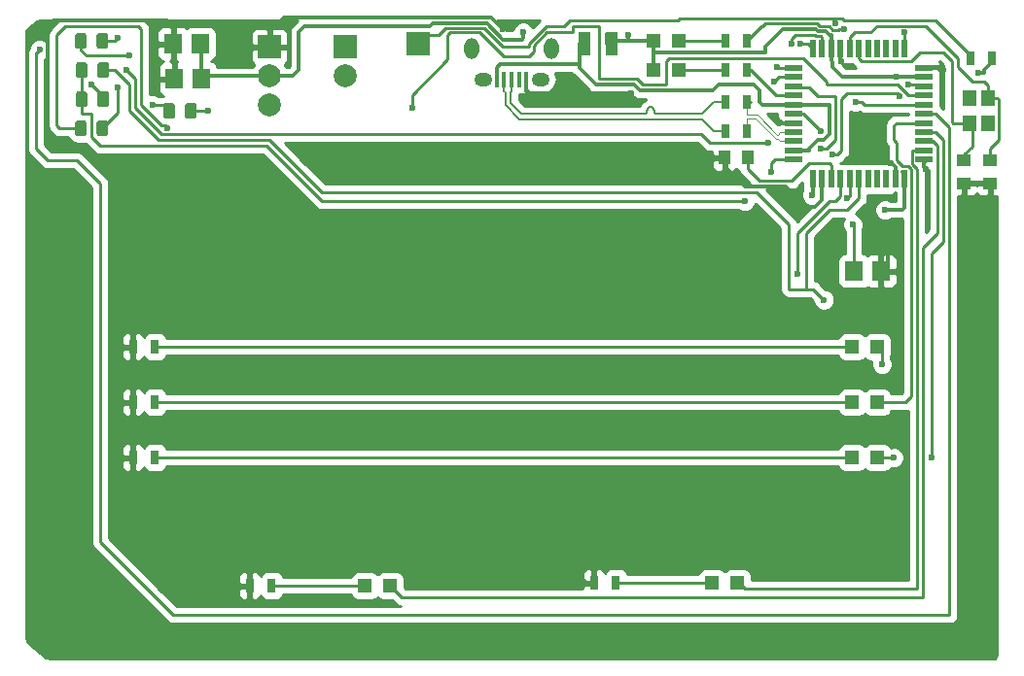
<source format=gbr>
G04 #@! TF.GenerationSoftware,KiCad,Pcbnew,(5.0.1-3-g963ef8bb5)*
G04 #@! TF.CreationDate,2018-12-07T14:13:47+00:00*
G04 #@! TF.ProjectId,invitation,696E7669746174696F6E2E6B69636164,rev?*
G04 #@! TF.SameCoordinates,Original*
G04 #@! TF.FileFunction,Copper,L2,Bot,Signal*
G04 #@! TF.FilePolarity,Positive*
%FSLAX46Y46*%
G04 Gerber Fmt 4.6, Leading zero omitted, Abs format (unit mm)*
G04 Created by KiCad (PCBNEW (5.0.1-3-g963ef8bb5)) date Friday, 07 December 2018 at 14:13:47*
%MOMM*%
%LPD*%
G01*
G04 APERTURE LIST*
G04 #@! TA.AperFunction,SMDPad,CuDef*
%ADD10R,0.400000X1.350000*%
G04 #@! TD*
G04 #@! TA.AperFunction,ComponentPad*
%ADD11O,1.550000X1.250000*%
G04 #@! TD*
G04 #@! TA.AperFunction,ComponentPad*
%ADD12O,1.300000X1.850000*%
G04 #@! TD*
G04 #@! TA.AperFunction,SMDPad,CuDef*
%ADD13R,1.500000X0.550000*%
G04 #@! TD*
G04 #@! TA.AperFunction,SMDPad,CuDef*
%ADD14R,0.550000X1.500000*%
G04 #@! TD*
G04 #@! TA.AperFunction,SMDPad,CuDef*
%ADD15R,1.140000X2.030000*%
G04 #@! TD*
G04 #@! TA.AperFunction,SMDPad,CuDef*
%ADD16R,1.200000X1.400000*%
G04 #@! TD*
G04 #@! TA.AperFunction,SMDPad,CuDef*
%ADD17R,1.200000X1.200000*%
G04 #@! TD*
G04 #@! TA.AperFunction,SMDPad,CuDef*
%ADD18R,0.700000X1.300000*%
G04 #@! TD*
G04 #@! TA.AperFunction,SMDPad,CuDef*
%ADD19R,1.250000X1.000000*%
G04 #@! TD*
G04 #@! TA.AperFunction,SMDPad,CuDef*
%ADD20R,1.000000X1.250000*%
G04 #@! TD*
G04 #@! TA.AperFunction,SMDPad,CuDef*
%ADD21R,1.550000X1.800000*%
G04 #@! TD*
G04 #@! TA.AperFunction,ComponentPad*
%ADD22R,2.000000X2.000000*%
G04 #@! TD*
G04 #@! TA.AperFunction,ComponentPad*
%ADD23C,2.000000*%
G04 #@! TD*
G04 #@! TA.AperFunction,Conductor*
%ADD24C,0.100000*%
G04 #@! TD*
G04 #@! TA.AperFunction,SMDPad,CuDef*
%ADD25C,0.975000*%
G04 #@! TD*
G04 #@! TA.AperFunction,ViaPad*
%ADD26C,0.600000*%
G04 #@! TD*
G04 #@! TA.AperFunction,Conductor*
%ADD27C,0.300000*%
G04 #@! TD*
G04 #@! TA.AperFunction,Conductor*
%ADD28C,0.250000*%
G04 #@! TD*
G04 #@! TA.AperFunction,Conductor*
%ADD29C,0.125000*%
G04 #@! TD*
G04 #@! TA.AperFunction,Conductor*
%ADD30C,0.200000*%
G04 #@! TD*
G04 #@! TA.AperFunction,Conductor*
%ADD31C,0.254000*%
G04 #@! TD*
G04 APERTURE END LIST*
D10*
G04 #@! TO.P,P1,1*
G04 #@! TO.N,USBVCC*
X161005100Y-77000540D03*
G04 #@! TO.P,P1,2*
G04 #@! TO.N,/Data-*
X161655100Y-77000540D03*
G04 #@! TO.P,P1,3*
G04 #@! TO.N,/Data+*
X162305100Y-77000540D03*
G04 #@! TO.P,P1,4*
G04 #@! TO.N,Net-(P1-Pad4)*
X162955100Y-77000540D03*
G04 #@! TO.P,P1,5*
G04 #@! TO.N,GND*
X163605100Y-77000540D03*
D11*
G04 #@! TO.P,P1,6*
G04 #@! TO.N,Net-(P1-Pad6)*
X159805100Y-77000540D03*
X164805100Y-77000540D03*
D12*
X158805100Y-74300540D03*
X165805100Y-74300540D03*
G04 #@! TD*
D13*
G04 #@! TO.P,U1,1*
G04 #@! TO.N,rightArrBtn*
X186832000Y-84010000D03*
G04 #@! TO.P,U1,2*
G04 #@! TO.N,USBVCC*
X186832000Y-83210000D03*
G04 #@! TO.P,U1,3*
G04 #@! TO.N,D-*
X186832000Y-82410000D03*
G04 #@! TO.P,U1,4*
G04 #@! TO.N,D+*
X186832000Y-81610000D03*
G04 #@! TO.P,U1,5*
G04 #@! TO.N,GND*
X186832000Y-80810000D03*
G04 #@! TO.P,U1,6*
G04 #@! TO.N,Net-(C0-Pad1)*
X186832000Y-80010000D03*
G04 #@! TO.P,U1,7*
G04 #@! TO.N,USBVCC*
X186832000Y-79210000D03*
G04 #@! TO.P,U1,8*
G04 #@! TO.N,RXLED*
X186832000Y-78410000D03*
G04 #@! TO.P,U1,9*
G04 #@! TO.N,SCLK*
X186832000Y-77610000D03*
G04 #@! TO.P,U1,10*
G04 #@! TO.N,MOSI*
X186832000Y-76810000D03*
G04 #@! TO.P,U1,11*
G04 #@! TO.N,MISO*
X186832000Y-76010000D03*
D14*
G04 #@! TO.P,U1,12*
G04 #@! TO.N,powerLED*
X188532000Y-74310000D03*
G04 #@! TO.P,U1,13*
G04 #@! TO.N,RESET*
X189332000Y-74310000D03*
G04 #@! TO.P,U1,14*
G04 #@! TO.N,VCC*
X190132000Y-74310000D03*
G04 #@! TO.P,U1,15*
G04 #@! TO.N,GND*
X190932000Y-74310000D03*
G04 #@! TO.P,U1,16*
G04 #@! TO.N,XTal2*
X191732000Y-74310000D03*
G04 #@! TO.P,U1,17*
G04 #@! TO.N,XTal1*
X192532000Y-74310000D03*
G04 #@! TO.P,U1,18*
G04 #@! TO.N,Net-(U1-Pad18)*
X193332000Y-74310000D03*
G04 #@! TO.P,U1,19*
G04 #@! TO.N,Net-(U1-Pad19)*
X194132000Y-74310000D03*
G04 #@! TO.P,U1,20*
G04 #@! TO.N,Net-(U1-Pad20)*
X194932000Y-74310000D03*
G04 #@! TO.P,U1,21*
G04 #@! TO.N,Net-(U1-Pad21)*
X195732000Y-74310000D03*
G04 #@! TO.P,U1,22*
G04 #@! TO.N,TXLED*
X196532000Y-74310000D03*
D13*
G04 #@! TO.P,U1,23*
G04 #@! TO.N,GND*
X198232000Y-76010000D03*
G04 #@! TO.P,U1,24*
G04 #@! TO.N,VCC*
X198232000Y-76810000D03*
G04 #@! TO.P,U1,25*
G04 #@! TO.N,downArrBtn*
X198232000Y-77610000D03*
G04 #@! TO.P,U1,26*
G04 #@! TO.N,upArrSens*
X198232000Y-78410000D03*
G04 #@! TO.P,U1,27*
G04 #@! TO.N,downArrSens*
X198232000Y-79210000D03*
G04 #@! TO.P,U1,28*
G04 #@! TO.N,homeBtn*
X198232000Y-80010000D03*
G04 #@! TO.P,U1,29*
G04 #@! TO.N,nodeLED*
X198232000Y-80810000D03*
G04 #@! TO.P,U1,30*
G04 #@! TO.N,interactLED*
X198232000Y-81610000D03*
G04 #@! TO.P,U1,31*
G04 #@! TO.N,phoneLED*
X198232000Y-82410000D03*
G04 #@! TO.P,U1,32*
G04 #@! TO.N,emailLED*
X198232000Y-83210000D03*
G04 #@! TO.P,U1,33*
G04 #@! TO.N,GND*
X198232000Y-84010000D03*
D14*
G04 #@! TO.P,U1,34*
G04 #@! TO.N,VCC*
X196532000Y-85710000D03*
G04 #@! TO.P,U1,35*
G04 #@! TO.N,GND*
X195732000Y-85710000D03*
G04 #@! TO.P,U1,36*
G04 #@! TO.N,Net-(U1-Pad36)*
X194932000Y-85710000D03*
G04 #@! TO.P,U1,37*
G04 #@! TO.N,Net-(U1-Pad37)*
X194132000Y-85710000D03*
G04 #@! TO.P,U1,38*
G04 #@! TO.N,Net-(U1-Pad38)*
X193332000Y-85710000D03*
G04 #@! TO.P,U1,39*
G04 #@! TO.N,rightArrSens*
X192532000Y-85710000D03*
G04 #@! TO.P,U1,40*
G04 #@! TO.N,leftArrSens*
X191732000Y-85710000D03*
G04 #@! TO.P,U1,41*
G04 #@! TO.N,homeSens*
X190932000Y-85710000D03*
G04 #@! TO.P,U1,42*
G04 #@! TO.N,Net-(C3-Pad1)*
X190132000Y-85710000D03*
G04 #@! TO.P,U1,43*
G04 #@! TO.N,GND*
X189332000Y-85710000D03*
G04 #@! TO.P,U1,44*
G04 #@! TO.N,VCC*
X188532000Y-85710000D03*
G04 #@! TD*
D15*
G04 #@! TO.P,F1,1*
G04 #@! TO.N,USBVCC*
X168656000Y-73914000D03*
G04 #@! TO.P,F1,2*
G04 #@! TO.N,VCC*
X171056000Y-73914000D03*
G04 #@! TD*
D16*
G04 #@! TO.P,Y1,1*
G04 #@! TO.N,XTal1*
X202146000Y-80856000D03*
G04 #@! TO.P,Y1,3*
G04 #@! TO.N,N/C*
X202146000Y-78656000D03*
X203746000Y-80856000D03*
G04 #@! TO.P,Y1,2*
G04 #@! TO.N,XTal2*
X203746000Y-78656000D03*
G04 #@! TD*
D17*
G04 #@! TO.P,D1,2*
G04 #@! TO.N,powerLED*
X194140000Y-100330000D03*
G04 #@! TO.P,D1,1*
G04 #@! TO.N,Net-(D1-Pad1)*
X191940000Y-100330000D03*
G04 #@! TD*
G04 #@! TO.P,D2,2*
G04 #@! TO.N,nodeLED*
X194140000Y-105156000D03*
G04 #@! TO.P,D2,1*
G04 #@! TO.N,Net-(D2-Pad1)*
X191940000Y-105156000D03*
G04 #@! TD*
G04 #@! TO.P,D3,2*
G04 #@! TO.N,interactLED*
X194140000Y-109982000D03*
G04 #@! TO.P,D3,1*
G04 #@! TO.N,Net-(D3-Pad1)*
X191940000Y-109982000D03*
G04 #@! TD*
G04 #@! TO.P,D4,2*
G04 #@! TO.N,emailLED*
X181948000Y-120904000D03*
G04 #@! TO.P,D4,1*
G04 #@! TO.N,Net-(D4-Pad1)*
X179748000Y-120904000D03*
G04 #@! TD*
G04 #@! TO.P,D5,2*
G04 #@! TO.N,phoneLED*
X151722000Y-121158000D03*
G04 #@! TO.P,D5,1*
G04 #@! TO.N,Net-(D5-Pad1)*
X149522000Y-121158000D03*
G04 #@! TD*
D18*
G04 #@! TO.P,R1,1*
G04 #@! TO.N,Net-(D1-Pad1)*
X131252000Y-100330000D03*
G04 #@! TO.P,R1,2*
G04 #@! TO.N,GND*
X129352000Y-100330000D03*
G04 #@! TD*
G04 #@! TO.P,R2,1*
G04 #@! TO.N,Net-(D2-Pad1)*
X131252000Y-105156000D03*
G04 #@! TO.P,R2,2*
G04 #@! TO.N,GND*
X129352000Y-105156000D03*
G04 #@! TD*
G04 #@! TO.P,R3,1*
G04 #@! TO.N,Net-(D3-Pad1)*
X131252000Y-109982000D03*
G04 #@! TO.P,R3,2*
G04 #@! TO.N,GND*
X129352000Y-109982000D03*
G04 #@! TD*
G04 #@! TO.P,R4,1*
G04 #@! TO.N,Net-(D4-Pad1)*
X171384000Y-120904000D03*
G04 #@! TO.P,R4,2*
G04 #@! TO.N,GND*
X169484000Y-120904000D03*
G04 #@! TD*
G04 #@! TO.P,R5,1*
G04 #@! TO.N,Net-(D5-Pad1)*
X141412000Y-121158000D03*
G04 #@! TO.P,R5,2*
G04 #@! TO.N,GND*
X139512000Y-121158000D03*
G04 #@! TD*
G04 #@! TO.P,R8,1*
G04 #@! TO.N,D+*
X182814000Y-78994000D03*
G04 #@! TO.P,R8,2*
G04 #@! TO.N,/Data+*
X180914000Y-78994000D03*
G04 #@! TD*
G04 #@! TO.P,R9,1*
G04 #@! TO.N,D-*
X182814000Y-81534000D03*
G04 #@! TO.P,R9,2*
G04 #@! TO.N,/Data-*
X180914000Y-81534000D03*
G04 #@! TD*
G04 #@! TO.P,R10,1*
G04 #@! TO.N,RESET*
X202250000Y-75184000D03*
G04 #@! TO.P,R10,2*
G04 #@! TO.N,VCC*
X204150000Y-75184000D03*
G04 #@! TD*
D19*
G04 #@! TO.P,C1,1*
G04 #@! TO.N,XTal2*
X203962000Y-84090000D03*
G04 #@! TO.P,C1,2*
G04 #@! TO.N,GND*
X203962000Y-86090000D03*
G04 #@! TD*
G04 #@! TO.P,C2,1*
G04 #@! TO.N,XTal1*
X201676000Y-84090000D03*
G04 #@! TO.P,C2,2*
G04 #@! TO.N,GND*
X201676000Y-86090000D03*
G04 #@! TD*
D20*
G04 #@! TO.P,C3,1*
G04 #@! TO.N,Net-(C3-Pad1)*
X182864000Y-83820000D03*
G04 #@! TO.P,C3,2*
G04 #@! TO.N,GND*
X180864000Y-83820000D03*
G04 #@! TD*
D21*
G04 #@! TO.P,C4,1*
G04 #@! TO.N,VCC*
X135192000Y-73914000D03*
G04 #@! TO.P,C4,2*
G04 #@! TO.N,GND*
X132842000Y-73914000D03*
G04 #@! TD*
G04 #@! TO.P,C5,1*
G04 #@! TO.N,VCC*
X135287000Y-76962000D03*
G04 #@! TO.P,C5,2*
G04 #@! TO.N,GND*
X132937000Y-76962000D03*
G04 #@! TD*
D22*
G04 #@! TO.P,P3,1*
G04 #@! TO.N,GND*
X141224000Y-74168000D03*
D23*
G04 #@! TO.P,P3,2*
G04 #@! TO.N,VCC*
X141224000Y-76708000D03*
G04 #@! TO.P,P3,3*
G04 #@! TO.N,SCLK*
X141224000Y-79248000D03*
G04 #@! TD*
D22*
G04 #@! TO.P,P8,1*
G04 #@! TO.N,RESET*
X154178000Y-73914000D03*
G04 #@! TD*
G04 #@! TO.P,P9,1*
G04 #@! TO.N,MOSI*
X147828000Y-74168000D03*
D23*
G04 #@! TO.P,P9,2*
G04 #@! TO.N,MISO*
X147828000Y-76708000D03*
G04 #@! TD*
D21*
G04 #@! TO.P,C0,1*
G04 #@! TO.N,Net-(C0-Pad1)*
X192119000Y-93726000D03*
G04 #@! TO.P,C0,2*
G04 #@! TO.N,GND*
X194469000Y-93726000D03*
G04 #@! TD*
D17*
G04 #@! TO.P,D6,2*
G04 #@! TO.N,VCC*
X174668000Y-73660000D03*
G04 #@! TO.P,D6,1*
G04 #@! TO.N,Net-(D6-Pad1)*
X176868000Y-73660000D03*
G04 #@! TD*
G04 #@! TO.P,D7,2*
G04 #@! TO.N,VCC*
X174668000Y-76200000D03*
G04 #@! TO.P,D7,1*
G04 #@! TO.N,Net-(D7-Pad1)*
X176868000Y-76200000D03*
G04 #@! TD*
D18*
G04 #@! TO.P,R6,1*
G04 #@! TO.N,TXLED*
X182814000Y-73660000D03*
G04 #@! TO.P,R6,2*
G04 #@! TO.N,Net-(D6-Pad1)*
X180914000Y-73660000D03*
G04 #@! TD*
G04 #@! TO.P,R7,1*
G04 #@! TO.N,RXLED*
X182814000Y-76200000D03*
G04 #@! TO.P,R7,2*
G04 #@! TO.N,Net-(D7-Pad1)*
X180914000Y-76200000D03*
G04 #@! TD*
D24*
G04 #@! TO.N,homeSens*
G04 #@! TO.C,R11*
G36*
X134633642Y-79057174D02*
X134657303Y-79060684D01*
X134680507Y-79066496D01*
X134703029Y-79074554D01*
X134724653Y-79084782D01*
X134745170Y-79097079D01*
X134764383Y-79111329D01*
X134782107Y-79127393D01*
X134798171Y-79145117D01*
X134812421Y-79164330D01*
X134824718Y-79184847D01*
X134834946Y-79206471D01*
X134843004Y-79228993D01*
X134848816Y-79252197D01*
X134852326Y-79275858D01*
X134853500Y-79299750D01*
X134853500Y-80212250D01*
X134852326Y-80236142D01*
X134848816Y-80259803D01*
X134843004Y-80283007D01*
X134834946Y-80305529D01*
X134824718Y-80327153D01*
X134812421Y-80347670D01*
X134798171Y-80366883D01*
X134782107Y-80384607D01*
X134764383Y-80400671D01*
X134745170Y-80414921D01*
X134724653Y-80427218D01*
X134703029Y-80437446D01*
X134680507Y-80445504D01*
X134657303Y-80451316D01*
X134633642Y-80454826D01*
X134609750Y-80456000D01*
X134122250Y-80456000D01*
X134098358Y-80454826D01*
X134074697Y-80451316D01*
X134051493Y-80445504D01*
X134028971Y-80437446D01*
X134007347Y-80427218D01*
X133986830Y-80414921D01*
X133967617Y-80400671D01*
X133949893Y-80384607D01*
X133933829Y-80366883D01*
X133919579Y-80347670D01*
X133907282Y-80327153D01*
X133897054Y-80305529D01*
X133888996Y-80283007D01*
X133883184Y-80259803D01*
X133879674Y-80236142D01*
X133878500Y-80212250D01*
X133878500Y-79299750D01*
X133879674Y-79275858D01*
X133883184Y-79252197D01*
X133888996Y-79228993D01*
X133897054Y-79206471D01*
X133907282Y-79184847D01*
X133919579Y-79164330D01*
X133933829Y-79145117D01*
X133949893Y-79127393D01*
X133967617Y-79111329D01*
X133986830Y-79097079D01*
X134007347Y-79084782D01*
X134028971Y-79074554D01*
X134051493Y-79066496D01*
X134074697Y-79060684D01*
X134098358Y-79057174D01*
X134122250Y-79056000D01*
X134609750Y-79056000D01*
X134633642Y-79057174D01*
X134633642Y-79057174D01*
G37*
D25*
G04 #@! TD*
G04 #@! TO.P,R11,1*
G04 #@! TO.N,homeSens*
X134366000Y-79756000D03*
D24*
G04 #@! TO.N,homeBtn*
G04 #@! TO.C,R11*
G36*
X132758642Y-79057174D02*
X132782303Y-79060684D01*
X132805507Y-79066496D01*
X132828029Y-79074554D01*
X132849653Y-79084782D01*
X132870170Y-79097079D01*
X132889383Y-79111329D01*
X132907107Y-79127393D01*
X132923171Y-79145117D01*
X132937421Y-79164330D01*
X132949718Y-79184847D01*
X132959946Y-79206471D01*
X132968004Y-79228993D01*
X132973816Y-79252197D01*
X132977326Y-79275858D01*
X132978500Y-79299750D01*
X132978500Y-80212250D01*
X132977326Y-80236142D01*
X132973816Y-80259803D01*
X132968004Y-80283007D01*
X132959946Y-80305529D01*
X132949718Y-80327153D01*
X132937421Y-80347670D01*
X132923171Y-80366883D01*
X132907107Y-80384607D01*
X132889383Y-80400671D01*
X132870170Y-80414921D01*
X132849653Y-80427218D01*
X132828029Y-80437446D01*
X132805507Y-80445504D01*
X132782303Y-80451316D01*
X132758642Y-80454826D01*
X132734750Y-80456000D01*
X132247250Y-80456000D01*
X132223358Y-80454826D01*
X132199697Y-80451316D01*
X132176493Y-80445504D01*
X132153971Y-80437446D01*
X132132347Y-80427218D01*
X132111830Y-80414921D01*
X132092617Y-80400671D01*
X132074893Y-80384607D01*
X132058829Y-80366883D01*
X132044579Y-80347670D01*
X132032282Y-80327153D01*
X132022054Y-80305529D01*
X132013996Y-80283007D01*
X132008184Y-80259803D01*
X132004674Y-80236142D01*
X132003500Y-80212250D01*
X132003500Y-79299750D01*
X132004674Y-79275858D01*
X132008184Y-79252197D01*
X132013996Y-79228993D01*
X132022054Y-79206471D01*
X132032282Y-79184847D01*
X132044579Y-79164330D01*
X132058829Y-79145117D01*
X132074893Y-79127393D01*
X132092617Y-79111329D01*
X132111830Y-79097079D01*
X132132347Y-79084782D01*
X132153971Y-79074554D01*
X132176493Y-79066496D01*
X132199697Y-79060684D01*
X132223358Y-79057174D01*
X132247250Y-79056000D01*
X132734750Y-79056000D01*
X132758642Y-79057174D01*
X132758642Y-79057174D01*
G37*
D25*
G04 #@! TD*
G04 #@! TO.P,R11,2*
G04 #@! TO.N,homeBtn*
X132491000Y-79756000D03*
D24*
G04 #@! TO.N,homeBtn*
G04 #@! TO.C,R12*
G36*
X125060142Y-72961174D02*
X125083803Y-72964684D01*
X125107007Y-72970496D01*
X125129529Y-72978554D01*
X125151153Y-72988782D01*
X125171670Y-73001079D01*
X125190883Y-73015329D01*
X125208607Y-73031393D01*
X125224671Y-73049117D01*
X125238921Y-73068330D01*
X125251218Y-73088847D01*
X125261446Y-73110471D01*
X125269504Y-73132993D01*
X125275316Y-73156197D01*
X125278826Y-73179858D01*
X125280000Y-73203750D01*
X125280000Y-74116250D01*
X125278826Y-74140142D01*
X125275316Y-74163803D01*
X125269504Y-74187007D01*
X125261446Y-74209529D01*
X125251218Y-74231153D01*
X125238921Y-74251670D01*
X125224671Y-74270883D01*
X125208607Y-74288607D01*
X125190883Y-74304671D01*
X125171670Y-74318921D01*
X125151153Y-74331218D01*
X125129529Y-74341446D01*
X125107007Y-74349504D01*
X125083803Y-74355316D01*
X125060142Y-74358826D01*
X125036250Y-74360000D01*
X124548750Y-74360000D01*
X124524858Y-74358826D01*
X124501197Y-74355316D01*
X124477993Y-74349504D01*
X124455471Y-74341446D01*
X124433847Y-74331218D01*
X124413330Y-74318921D01*
X124394117Y-74304671D01*
X124376393Y-74288607D01*
X124360329Y-74270883D01*
X124346079Y-74251670D01*
X124333782Y-74231153D01*
X124323554Y-74209529D01*
X124315496Y-74187007D01*
X124309684Y-74163803D01*
X124306174Y-74140142D01*
X124305000Y-74116250D01*
X124305000Y-73203750D01*
X124306174Y-73179858D01*
X124309684Y-73156197D01*
X124315496Y-73132993D01*
X124323554Y-73110471D01*
X124333782Y-73088847D01*
X124346079Y-73068330D01*
X124360329Y-73049117D01*
X124376393Y-73031393D01*
X124394117Y-73015329D01*
X124413330Y-73001079D01*
X124433847Y-72988782D01*
X124455471Y-72978554D01*
X124477993Y-72970496D01*
X124501197Y-72964684D01*
X124524858Y-72961174D01*
X124548750Y-72960000D01*
X125036250Y-72960000D01*
X125060142Y-72961174D01*
X125060142Y-72961174D01*
G37*
D25*
G04 #@! TD*
G04 #@! TO.P,R12,2*
G04 #@! TO.N,homeBtn*
X124792500Y-73660000D03*
D24*
G04 #@! TO.N,leftArrSens*
G04 #@! TO.C,R12*
G36*
X126935142Y-72961174D02*
X126958803Y-72964684D01*
X126982007Y-72970496D01*
X127004529Y-72978554D01*
X127026153Y-72988782D01*
X127046670Y-73001079D01*
X127065883Y-73015329D01*
X127083607Y-73031393D01*
X127099671Y-73049117D01*
X127113921Y-73068330D01*
X127126218Y-73088847D01*
X127136446Y-73110471D01*
X127144504Y-73132993D01*
X127150316Y-73156197D01*
X127153826Y-73179858D01*
X127155000Y-73203750D01*
X127155000Y-74116250D01*
X127153826Y-74140142D01*
X127150316Y-74163803D01*
X127144504Y-74187007D01*
X127136446Y-74209529D01*
X127126218Y-74231153D01*
X127113921Y-74251670D01*
X127099671Y-74270883D01*
X127083607Y-74288607D01*
X127065883Y-74304671D01*
X127046670Y-74318921D01*
X127026153Y-74331218D01*
X127004529Y-74341446D01*
X126982007Y-74349504D01*
X126958803Y-74355316D01*
X126935142Y-74358826D01*
X126911250Y-74360000D01*
X126423750Y-74360000D01*
X126399858Y-74358826D01*
X126376197Y-74355316D01*
X126352993Y-74349504D01*
X126330471Y-74341446D01*
X126308847Y-74331218D01*
X126288330Y-74318921D01*
X126269117Y-74304671D01*
X126251393Y-74288607D01*
X126235329Y-74270883D01*
X126221079Y-74251670D01*
X126208782Y-74231153D01*
X126198554Y-74209529D01*
X126190496Y-74187007D01*
X126184684Y-74163803D01*
X126181174Y-74140142D01*
X126180000Y-74116250D01*
X126180000Y-73203750D01*
X126181174Y-73179858D01*
X126184684Y-73156197D01*
X126190496Y-73132993D01*
X126198554Y-73110471D01*
X126208782Y-73088847D01*
X126221079Y-73068330D01*
X126235329Y-73049117D01*
X126251393Y-73031393D01*
X126269117Y-73015329D01*
X126288330Y-73001079D01*
X126308847Y-72988782D01*
X126330471Y-72978554D01*
X126352993Y-72970496D01*
X126376197Y-72964684D01*
X126399858Y-72961174D01*
X126423750Y-72960000D01*
X126911250Y-72960000D01*
X126935142Y-72961174D01*
X126935142Y-72961174D01*
G37*
D25*
G04 #@! TD*
G04 #@! TO.P,R12,1*
G04 #@! TO.N,leftArrSens*
X126667500Y-73660000D03*
D24*
G04 #@! TO.N,rightArrSens*
G04 #@! TO.C,R13*
G36*
X127013642Y-75501174D02*
X127037303Y-75504684D01*
X127060507Y-75510496D01*
X127083029Y-75518554D01*
X127104653Y-75528782D01*
X127125170Y-75541079D01*
X127144383Y-75555329D01*
X127162107Y-75571393D01*
X127178171Y-75589117D01*
X127192421Y-75608330D01*
X127204718Y-75628847D01*
X127214946Y-75650471D01*
X127223004Y-75672993D01*
X127228816Y-75696197D01*
X127232326Y-75719858D01*
X127233500Y-75743750D01*
X127233500Y-76656250D01*
X127232326Y-76680142D01*
X127228816Y-76703803D01*
X127223004Y-76727007D01*
X127214946Y-76749529D01*
X127204718Y-76771153D01*
X127192421Y-76791670D01*
X127178171Y-76810883D01*
X127162107Y-76828607D01*
X127144383Y-76844671D01*
X127125170Y-76858921D01*
X127104653Y-76871218D01*
X127083029Y-76881446D01*
X127060507Y-76889504D01*
X127037303Y-76895316D01*
X127013642Y-76898826D01*
X126989750Y-76900000D01*
X126502250Y-76900000D01*
X126478358Y-76898826D01*
X126454697Y-76895316D01*
X126431493Y-76889504D01*
X126408971Y-76881446D01*
X126387347Y-76871218D01*
X126366830Y-76858921D01*
X126347617Y-76844671D01*
X126329893Y-76828607D01*
X126313829Y-76810883D01*
X126299579Y-76791670D01*
X126287282Y-76771153D01*
X126277054Y-76749529D01*
X126268996Y-76727007D01*
X126263184Y-76703803D01*
X126259674Y-76680142D01*
X126258500Y-76656250D01*
X126258500Y-75743750D01*
X126259674Y-75719858D01*
X126263184Y-75696197D01*
X126268996Y-75672993D01*
X126277054Y-75650471D01*
X126287282Y-75628847D01*
X126299579Y-75608330D01*
X126313829Y-75589117D01*
X126329893Y-75571393D01*
X126347617Y-75555329D01*
X126366830Y-75541079D01*
X126387347Y-75528782D01*
X126408971Y-75518554D01*
X126431493Y-75510496D01*
X126454697Y-75504684D01*
X126478358Y-75501174D01*
X126502250Y-75500000D01*
X126989750Y-75500000D01*
X127013642Y-75501174D01*
X127013642Y-75501174D01*
G37*
D25*
G04 #@! TD*
G04 #@! TO.P,R13,1*
G04 #@! TO.N,rightArrSens*
X126746000Y-76200000D03*
D24*
G04 #@! TO.N,rightArrBtn*
G04 #@! TO.C,R13*
G36*
X125138642Y-75501174D02*
X125162303Y-75504684D01*
X125185507Y-75510496D01*
X125208029Y-75518554D01*
X125229653Y-75528782D01*
X125250170Y-75541079D01*
X125269383Y-75555329D01*
X125287107Y-75571393D01*
X125303171Y-75589117D01*
X125317421Y-75608330D01*
X125329718Y-75628847D01*
X125339946Y-75650471D01*
X125348004Y-75672993D01*
X125353816Y-75696197D01*
X125357326Y-75719858D01*
X125358500Y-75743750D01*
X125358500Y-76656250D01*
X125357326Y-76680142D01*
X125353816Y-76703803D01*
X125348004Y-76727007D01*
X125339946Y-76749529D01*
X125329718Y-76771153D01*
X125317421Y-76791670D01*
X125303171Y-76810883D01*
X125287107Y-76828607D01*
X125269383Y-76844671D01*
X125250170Y-76858921D01*
X125229653Y-76871218D01*
X125208029Y-76881446D01*
X125185507Y-76889504D01*
X125162303Y-76895316D01*
X125138642Y-76898826D01*
X125114750Y-76900000D01*
X124627250Y-76900000D01*
X124603358Y-76898826D01*
X124579697Y-76895316D01*
X124556493Y-76889504D01*
X124533971Y-76881446D01*
X124512347Y-76871218D01*
X124491830Y-76858921D01*
X124472617Y-76844671D01*
X124454893Y-76828607D01*
X124438829Y-76810883D01*
X124424579Y-76791670D01*
X124412282Y-76771153D01*
X124402054Y-76749529D01*
X124393996Y-76727007D01*
X124388184Y-76703803D01*
X124384674Y-76680142D01*
X124383500Y-76656250D01*
X124383500Y-75743750D01*
X124384674Y-75719858D01*
X124388184Y-75696197D01*
X124393996Y-75672993D01*
X124402054Y-75650471D01*
X124412282Y-75628847D01*
X124424579Y-75608330D01*
X124438829Y-75589117D01*
X124454893Y-75571393D01*
X124472617Y-75555329D01*
X124491830Y-75541079D01*
X124512347Y-75528782D01*
X124533971Y-75518554D01*
X124556493Y-75510496D01*
X124579697Y-75504684D01*
X124603358Y-75501174D01*
X124627250Y-75500000D01*
X125114750Y-75500000D01*
X125138642Y-75501174D01*
X125138642Y-75501174D01*
G37*
D25*
G04 #@! TD*
G04 #@! TO.P,R13,2*
G04 #@! TO.N,rightArrBtn*
X124871000Y-76200000D03*
D24*
G04 #@! TO.N,rightArrBtn*
G04 #@! TO.C,R14*
G36*
X125138642Y-78041174D02*
X125162303Y-78044684D01*
X125185507Y-78050496D01*
X125208029Y-78058554D01*
X125229653Y-78068782D01*
X125250170Y-78081079D01*
X125269383Y-78095329D01*
X125287107Y-78111393D01*
X125303171Y-78129117D01*
X125317421Y-78148330D01*
X125329718Y-78168847D01*
X125339946Y-78190471D01*
X125348004Y-78212993D01*
X125353816Y-78236197D01*
X125357326Y-78259858D01*
X125358500Y-78283750D01*
X125358500Y-79196250D01*
X125357326Y-79220142D01*
X125353816Y-79243803D01*
X125348004Y-79267007D01*
X125339946Y-79289529D01*
X125329718Y-79311153D01*
X125317421Y-79331670D01*
X125303171Y-79350883D01*
X125287107Y-79368607D01*
X125269383Y-79384671D01*
X125250170Y-79398921D01*
X125229653Y-79411218D01*
X125208029Y-79421446D01*
X125185507Y-79429504D01*
X125162303Y-79435316D01*
X125138642Y-79438826D01*
X125114750Y-79440000D01*
X124627250Y-79440000D01*
X124603358Y-79438826D01*
X124579697Y-79435316D01*
X124556493Y-79429504D01*
X124533971Y-79421446D01*
X124512347Y-79411218D01*
X124491830Y-79398921D01*
X124472617Y-79384671D01*
X124454893Y-79368607D01*
X124438829Y-79350883D01*
X124424579Y-79331670D01*
X124412282Y-79311153D01*
X124402054Y-79289529D01*
X124393996Y-79267007D01*
X124388184Y-79243803D01*
X124384674Y-79220142D01*
X124383500Y-79196250D01*
X124383500Y-78283750D01*
X124384674Y-78259858D01*
X124388184Y-78236197D01*
X124393996Y-78212993D01*
X124402054Y-78190471D01*
X124412282Y-78168847D01*
X124424579Y-78148330D01*
X124438829Y-78129117D01*
X124454893Y-78111393D01*
X124472617Y-78095329D01*
X124491830Y-78081079D01*
X124512347Y-78068782D01*
X124533971Y-78058554D01*
X124556493Y-78050496D01*
X124579697Y-78044684D01*
X124603358Y-78041174D01*
X124627250Y-78040000D01*
X125114750Y-78040000D01*
X125138642Y-78041174D01*
X125138642Y-78041174D01*
G37*
D25*
G04 #@! TD*
G04 #@! TO.P,R14,2*
G04 #@! TO.N,rightArrBtn*
X124871000Y-78740000D03*
D24*
G04 #@! TO.N,upArrSens*
G04 #@! TO.C,R14*
G36*
X127013642Y-78041174D02*
X127037303Y-78044684D01*
X127060507Y-78050496D01*
X127083029Y-78058554D01*
X127104653Y-78068782D01*
X127125170Y-78081079D01*
X127144383Y-78095329D01*
X127162107Y-78111393D01*
X127178171Y-78129117D01*
X127192421Y-78148330D01*
X127204718Y-78168847D01*
X127214946Y-78190471D01*
X127223004Y-78212993D01*
X127228816Y-78236197D01*
X127232326Y-78259858D01*
X127233500Y-78283750D01*
X127233500Y-79196250D01*
X127232326Y-79220142D01*
X127228816Y-79243803D01*
X127223004Y-79267007D01*
X127214946Y-79289529D01*
X127204718Y-79311153D01*
X127192421Y-79331670D01*
X127178171Y-79350883D01*
X127162107Y-79368607D01*
X127144383Y-79384671D01*
X127125170Y-79398921D01*
X127104653Y-79411218D01*
X127083029Y-79421446D01*
X127060507Y-79429504D01*
X127037303Y-79435316D01*
X127013642Y-79438826D01*
X126989750Y-79440000D01*
X126502250Y-79440000D01*
X126478358Y-79438826D01*
X126454697Y-79435316D01*
X126431493Y-79429504D01*
X126408971Y-79421446D01*
X126387347Y-79411218D01*
X126366830Y-79398921D01*
X126347617Y-79384671D01*
X126329893Y-79368607D01*
X126313829Y-79350883D01*
X126299579Y-79331670D01*
X126287282Y-79311153D01*
X126277054Y-79289529D01*
X126268996Y-79267007D01*
X126263184Y-79243803D01*
X126259674Y-79220142D01*
X126258500Y-79196250D01*
X126258500Y-78283750D01*
X126259674Y-78259858D01*
X126263184Y-78236197D01*
X126268996Y-78212993D01*
X126277054Y-78190471D01*
X126287282Y-78168847D01*
X126299579Y-78148330D01*
X126313829Y-78129117D01*
X126329893Y-78111393D01*
X126347617Y-78095329D01*
X126366830Y-78081079D01*
X126387347Y-78068782D01*
X126408971Y-78058554D01*
X126431493Y-78050496D01*
X126454697Y-78044684D01*
X126478358Y-78041174D01*
X126502250Y-78040000D01*
X126989750Y-78040000D01*
X127013642Y-78041174D01*
X127013642Y-78041174D01*
G37*
D25*
G04 #@! TD*
G04 #@! TO.P,R14,1*
G04 #@! TO.N,upArrSens*
X126746000Y-78740000D03*
D24*
G04 #@! TO.N,downArrSens*
G04 #@! TO.C,R15*
G36*
X126935142Y-80581174D02*
X126958803Y-80584684D01*
X126982007Y-80590496D01*
X127004529Y-80598554D01*
X127026153Y-80608782D01*
X127046670Y-80621079D01*
X127065883Y-80635329D01*
X127083607Y-80651393D01*
X127099671Y-80669117D01*
X127113921Y-80688330D01*
X127126218Y-80708847D01*
X127136446Y-80730471D01*
X127144504Y-80752993D01*
X127150316Y-80776197D01*
X127153826Y-80799858D01*
X127155000Y-80823750D01*
X127155000Y-81736250D01*
X127153826Y-81760142D01*
X127150316Y-81783803D01*
X127144504Y-81807007D01*
X127136446Y-81829529D01*
X127126218Y-81851153D01*
X127113921Y-81871670D01*
X127099671Y-81890883D01*
X127083607Y-81908607D01*
X127065883Y-81924671D01*
X127046670Y-81938921D01*
X127026153Y-81951218D01*
X127004529Y-81961446D01*
X126982007Y-81969504D01*
X126958803Y-81975316D01*
X126935142Y-81978826D01*
X126911250Y-81980000D01*
X126423750Y-81980000D01*
X126399858Y-81978826D01*
X126376197Y-81975316D01*
X126352993Y-81969504D01*
X126330471Y-81961446D01*
X126308847Y-81951218D01*
X126288330Y-81938921D01*
X126269117Y-81924671D01*
X126251393Y-81908607D01*
X126235329Y-81890883D01*
X126221079Y-81871670D01*
X126208782Y-81851153D01*
X126198554Y-81829529D01*
X126190496Y-81807007D01*
X126184684Y-81783803D01*
X126181174Y-81760142D01*
X126180000Y-81736250D01*
X126180000Y-80823750D01*
X126181174Y-80799858D01*
X126184684Y-80776197D01*
X126190496Y-80752993D01*
X126198554Y-80730471D01*
X126208782Y-80708847D01*
X126221079Y-80688330D01*
X126235329Y-80669117D01*
X126251393Y-80651393D01*
X126269117Y-80635329D01*
X126288330Y-80621079D01*
X126308847Y-80608782D01*
X126330471Y-80598554D01*
X126352993Y-80590496D01*
X126376197Y-80584684D01*
X126399858Y-80581174D01*
X126423750Y-80580000D01*
X126911250Y-80580000D01*
X126935142Y-80581174D01*
X126935142Y-80581174D01*
G37*
D25*
G04 #@! TD*
G04 #@! TO.P,R15,1*
G04 #@! TO.N,downArrSens*
X126667500Y-81280000D03*
D24*
G04 #@! TO.N,downArrBtn*
G04 #@! TO.C,R15*
G36*
X125060142Y-80581174D02*
X125083803Y-80584684D01*
X125107007Y-80590496D01*
X125129529Y-80598554D01*
X125151153Y-80608782D01*
X125171670Y-80621079D01*
X125190883Y-80635329D01*
X125208607Y-80651393D01*
X125224671Y-80669117D01*
X125238921Y-80688330D01*
X125251218Y-80708847D01*
X125261446Y-80730471D01*
X125269504Y-80752993D01*
X125275316Y-80776197D01*
X125278826Y-80799858D01*
X125280000Y-80823750D01*
X125280000Y-81736250D01*
X125278826Y-81760142D01*
X125275316Y-81783803D01*
X125269504Y-81807007D01*
X125261446Y-81829529D01*
X125251218Y-81851153D01*
X125238921Y-81871670D01*
X125224671Y-81890883D01*
X125208607Y-81908607D01*
X125190883Y-81924671D01*
X125171670Y-81938921D01*
X125151153Y-81951218D01*
X125129529Y-81961446D01*
X125107007Y-81969504D01*
X125083803Y-81975316D01*
X125060142Y-81978826D01*
X125036250Y-81980000D01*
X124548750Y-81980000D01*
X124524858Y-81978826D01*
X124501197Y-81975316D01*
X124477993Y-81969504D01*
X124455471Y-81961446D01*
X124433847Y-81951218D01*
X124413330Y-81938921D01*
X124394117Y-81924671D01*
X124376393Y-81908607D01*
X124360329Y-81890883D01*
X124346079Y-81871670D01*
X124333782Y-81851153D01*
X124323554Y-81829529D01*
X124315496Y-81807007D01*
X124309684Y-81783803D01*
X124306174Y-81760142D01*
X124305000Y-81736250D01*
X124305000Y-80823750D01*
X124306174Y-80799858D01*
X124309684Y-80776197D01*
X124315496Y-80752993D01*
X124323554Y-80730471D01*
X124333782Y-80708847D01*
X124346079Y-80688330D01*
X124360329Y-80669117D01*
X124376393Y-80651393D01*
X124394117Y-80635329D01*
X124413330Y-80621079D01*
X124433847Y-80608782D01*
X124455471Y-80598554D01*
X124477993Y-80590496D01*
X124501197Y-80584684D01*
X124524858Y-80581174D01*
X124548750Y-80580000D01*
X125036250Y-80580000D01*
X125060142Y-80581174D01*
X125060142Y-80581174D01*
G37*
D25*
G04 #@! TD*
G04 #@! TO.P,R15,2*
G04 #@! TO.N,downArrBtn*
X124792500Y-81280000D03*
D26*
G04 #@! TO.N,GND*
X191008000Y-75438000D03*
X199898000Y-76200000D03*
X195580000Y-91440000D03*
X198374000Y-84836000D03*
X201676000Y-87884000D03*
X179578000Y-83820000D03*
X185674000Y-80772000D03*
X172720000Y-78232000D03*
X161500000Y-72650000D03*
X195326000Y-84328000D03*
G04 #@! TO.N,VCC*
X195834000Y-76810000D03*
X172466000Y-73152000D03*
X163322000Y-72898000D03*
X188468000Y-87122000D03*
X202946000Y-76454000D03*
X194818000Y-88392000D03*
G04 #@! TO.N,interactLED*
X195580000Y-109982000D03*
X198882000Y-109982000D03*
G04 #@! TO.N,SCLK*
X189230000Y-83058000D03*
G04 #@! TO.N,MISO*
X185420000Y-75946000D03*
G04 #@! TO.N,MOSI*
X185166000Y-77216000D03*
G04 #@! TO.N,RESET*
X190500000Y-72136000D03*
X186690000Y-73914000D03*
G04 #@! TO.N,TXLED*
X196532000Y-72898000D03*
X191262000Y-72644000D03*
G04 #@! TO.N,Net-(C0-Pad1)*
X192024000Y-89662000D03*
X189230000Y-81534000D03*
G04 #@! TO.N,homeSens*
X135890000Y-79756000D03*
X187210000Y-93960000D03*
G04 #@! TO.N,leftArrSens*
X191516000Y-87376000D03*
X128016000Y-73406000D03*
G04 #@! TO.N,rightArrSens*
X189500000Y-96230000D03*
G04 #@! TO.N,upArrSens*
X153630000Y-79502000D03*
X125730000Y-77470000D03*
G04 #@! TO.N,downArrSens*
X184658000Y-82550000D03*
X192278000Y-78994000D03*
X128016000Y-77724000D03*
X128778000Y-76200000D03*
G04 #@! TO.N,downArrBtn*
X190246000Y-83566000D03*
X132334000Y-81236000D03*
X196088000Y-78442000D03*
X196850000Y-77470000D03*
G04 #@! TO.N,powerLED*
X194564000Y-101854000D03*
X187452000Y-73914000D03*
G04 #@! TO.N,homeBtn*
X129032000Y-74930000D03*
X131064000Y-79248000D03*
X121202000Y-74422000D03*
G04 #@! TO.N,rightArrBtn*
X182626000Y-87630000D03*
X184912000Y-85046000D03*
G04 #@! TD*
D27*
G04 #@! TO.N,USBVCC*
X187668000Y-79210000D02*
X186832000Y-79210000D01*
X187706000Y-79248000D02*
X187668000Y-79210000D01*
X189992000Y-79248000D02*
X187706000Y-79248000D01*
X189992000Y-81788000D02*
X189992000Y-79248000D01*
X188214000Y-83210000D02*
X188214000Y-83058000D01*
X186832000Y-83210000D02*
X188214000Y-83210000D01*
X188976000Y-82296000D02*
X189484000Y-82296000D01*
X188214000Y-83058000D02*
X188976000Y-82296000D01*
X189484000Y-82296000D02*
X189992000Y-81788000D01*
X183896000Y-78994000D02*
X184112000Y-79210000D01*
X183896000Y-77978000D02*
X183896000Y-78994000D01*
X183388000Y-77470000D02*
X183896000Y-77978000D01*
X180340000Y-77470000D02*
X183388000Y-77470000D01*
X179832000Y-77978000D02*
X180340000Y-77470000D01*
X168218000Y-76016000D02*
X169672000Y-77470000D01*
X173482000Y-77978000D02*
X179832000Y-77978000D01*
X172974000Y-77470000D02*
X173482000Y-77978000D01*
X169672000Y-77470000D02*
X172974000Y-77470000D01*
X184112000Y-79210000D02*
X186832000Y-79210000D01*
X168218000Y-74098000D02*
X168218000Y-73914000D01*
X168656000Y-74359000D02*
X168656000Y-73914000D01*
X161290000Y-75692000D02*
X168218000Y-75692000D01*
X161005100Y-75976900D02*
X161290000Y-75692000D01*
X161005100Y-77000540D02*
X161005100Y-75976900D01*
X168218000Y-75692000D02*
X168218000Y-76016000D01*
X168218000Y-73914000D02*
X168218000Y-75692000D01*
G04 #@! TO.N,GND*
X195072000Y-91440000D02*
X195072000Y-93123000D01*
X195072000Y-93123000D02*
X194469000Y-93726000D01*
X190932000Y-75362000D02*
X190932000Y-74310000D01*
X191008000Y-75438000D02*
X190932000Y-75362000D01*
X199708000Y-76010000D02*
X198232000Y-76010000D01*
X199898000Y-76200000D02*
X199708000Y-76010000D01*
X195580000Y-91440000D02*
X195072000Y-91440000D01*
X195732000Y-84684000D02*
X195732000Y-85710000D01*
X201676000Y-86090000D02*
X201676000Y-87884000D01*
X198232000Y-84694000D02*
X198232000Y-84010000D01*
X198374000Y-84836000D02*
X198232000Y-84694000D01*
X186832000Y-80810000D02*
X185712000Y-80810000D01*
X179578000Y-83820000D02*
X180864000Y-83820000D01*
X185712000Y-80810000D02*
X185674000Y-80772000D01*
X163746264Y-78232000D02*
X172720000Y-78232000D01*
X138430000Y-74168000D02*
X141224000Y-74168000D01*
X136398000Y-72136000D02*
X138430000Y-74168000D01*
X132842000Y-72390000D02*
X133096000Y-72136000D01*
X133096000Y-72136000D02*
X136398000Y-72136000D01*
X132842000Y-73914000D02*
X132842000Y-72390000D01*
X141224000Y-72868000D02*
X142210000Y-71882000D01*
X141224000Y-74168000D02*
X141224000Y-72868000D01*
X132937000Y-74009000D02*
X132842000Y-73914000D01*
X132937000Y-76962000D02*
X132937000Y-74009000D01*
X168834000Y-120904000D02*
X167056000Y-119126000D01*
X169484000Y-120904000D02*
X168834000Y-120904000D01*
X167056000Y-119126000D02*
X139700000Y-119126000D01*
X139512000Y-119314000D02*
X139512000Y-121158000D01*
X139700000Y-119126000D02*
X139512000Y-119314000D01*
X139512000Y-119314000D02*
X132268000Y-119314000D01*
X129352000Y-116398000D02*
X129352000Y-109982000D01*
X132268000Y-119314000D02*
X129352000Y-116398000D01*
X129352000Y-109982000D02*
X129352000Y-105156000D01*
X129352000Y-104206000D02*
X129352000Y-100330000D01*
X129352000Y-105156000D02*
X129352000Y-104206000D01*
X121920000Y-82550000D02*
X121920000Y-72390000D01*
X122174000Y-82804000D02*
X121920000Y-82550000D01*
X125222000Y-82804000D02*
X122174000Y-82804000D01*
X129352000Y-86934000D02*
X125222000Y-82804000D01*
X129352000Y-100330000D02*
X129352000Y-86934000D01*
X122428000Y-71882000D02*
X132334000Y-71882000D01*
X121920000Y-72390000D02*
X122428000Y-71882000D01*
X132334000Y-71882000D02*
X132842000Y-72390000D01*
X195732000Y-85710000D02*
X195732000Y-84660000D01*
X203962000Y-86090000D02*
X201676000Y-86090000D01*
X163605100Y-78090836D02*
X163605100Y-77000540D01*
X163746264Y-78232000D02*
X163605100Y-78090836D01*
X142210000Y-71882000D02*
X142240000Y-71882000D01*
X142240000Y-71882000D02*
X142494000Y-71628000D01*
X160478000Y-71628000D02*
X161500000Y-72650000D01*
X142494000Y-71628000D02*
X160478000Y-71628000D01*
X195400000Y-84328000D02*
X195326000Y-84328000D01*
X195732000Y-84660000D02*
X195400000Y-84328000D01*
X189332000Y-87528000D02*
X189332000Y-85710000D01*
X188722000Y-88138000D02*
X189332000Y-87528000D01*
X182626000Y-86360000D02*
X186182000Y-86360000D01*
X187960000Y-88138000D02*
X188722000Y-88138000D01*
X186182000Y-86360000D02*
X187960000Y-88138000D01*
X180864000Y-84598000D02*
X182626000Y-86360000D01*
X180864000Y-83820000D02*
X180864000Y-84598000D01*
G04 #@! TO.N,VCC*
X190132000Y-75360000D02*
X190246000Y-75474000D01*
X190132000Y-74310000D02*
X190132000Y-75360000D01*
X190246000Y-75946000D02*
X191110000Y-76810000D01*
X191110000Y-76810000D02*
X195834000Y-76810000D01*
X195834000Y-76810000D02*
X198232000Y-76810000D01*
X204216000Y-75250000D02*
X204150000Y-75184000D01*
X170872000Y-73660000D02*
X170618000Y-73914000D01*
X174668000Y-74930000D02*
X174668000Y-76200000D01*
X190246000Y-75692000D02*
X190246000Y-75946000D01*
X190246000Y-75474000D02*
X190246000Y-75692000D01*
X170618000Y-73914000D02*
X170618000Y-73082000D01*
X135541000Y-76708000D02*
X135287000Y-76962000D01*
X141224000Y-76708000D02*
X135541000Y-76708000D01*
X135287000Y-74009000D02*
X135192000Y-73914000D01*
X135287000Y-76962000D02*
X135287000Y-74009000D01*
X174668000Y-73660000D02*
X172466000Y-73660000D01*
X172466000Y-73660000D02*
X172466000Y-73152000D01*
X172466000Y-73660000D02*
X170872000Y-73660000D01*
X196532000Y-85710000D02*
X196532000Y-85280000D01*
X196532000Y-85253999D02*
X196342000Y-85063999D01*
X196532000Y-85280000D02*
X196532000Y-85253999D01*
X196342000Y-85063999D02*
X196320992Y-85042991D01*
X188532000Y-87058000D02*
X188468000Y-87122000D01*
X188532000Y-85710000D02*
X188532000Y-87058000D01*
X174668000Y-74676000D02*
X174668000Y-74930000D01*
X174668000Y-73660000D02*
X174668000Y-74676000D01*
X204150000Y-75484000D02*
X203454000Y-76180000D01*
X204150000Y-75184000D02*
X204150000Y-75484000D01*
X203454000Y-76180000D02*
X203454000Y-76454000D01*
X203454000Y-76454000D02*
X202946000Y-76454000D01*
X155448000Y-72136000D02*
X160154000Y-72136000D01*
X144272000Y-72390000D02*
X155194000Y-72390000D01*
X155194000Y-72390000D02*
X155448000Y-72136000D01*
X143764000Y-72898000D02*
X144272000Y-72390000D01*
X143764000Y-76200000D02*
X143764000Y-72898000D01*
X143256000Y-76708000D02*
X143764000Y-76200000D01*
X141224000Y-76708000D02*
X143256000Y-76708000D01*
X163202000Y-73526000D02*
X163322000Y-73406000D01*
X161544000Y-73526000D02*
X163202000Y-73526000D01*
X163322000Y-73406000D02*
X163322000Y-72898000D01*
X160154000Y-72136000D02*
X161544000Y-73526000D01*
X194818000Y-88392000D02*
X196342000Y-88392000D01*
X196532000Y-88202000D02*
X196532000Y-85710000D01*
X196342000Y-88392000D02*
X196532000Y-88202000D01*
X188782527Y-72644000D02*
X188944517Y-72805990D01*
X184404000Y-74168000D02*
X185928000Y-72644000D01*
X185928000Y-72644000D02*
X188782527Y-72644000D01*
X184404000Y-74676000D02*
X184404000Y-74168000D01*
X174668000Y-74676000D02*
X184404000Y-74676000D01*
X188944517Y-72805990D02*
X189645990Y-72805990D01*
X189992000Y-73152000D02*
X190132000Y-73152000D01*
X189645990Y-72805990D02*
X189992000Y-73152000D01*
X190132000Y-73152000D02*
X190132000Y-74310000D01*
D28*
G04 #@! TO.N,Net-(D2-Pad1)*
X131252000Y-105156000D02*
X191940000Y-105156000D01*
G04 #@! TO.N,Net-(D3-Pad1)*
X131252000Y-109982000D02*
X191940000Y-109982000D01*
G04 #@! TO.N,Net-(P1-Pad6)*
X159296540Y-77000540D02*
X159297100Y-77000540D01*
D29*
G04 #@! TO.N,D+*
X182814000Y-78994000D02*
X182814000Y-80111500D01*
X182814000Y-80111500D02*
X183705166Y-80111500D01*
X183705166Y-80111500D02*
X185451166Y-81857500D01*
X185459500Y-81857500D02*
X185707000Y-81610000D01*
X185451166Y-81857500D02*
X185459500Y-81857500D01*
X185707000Y-81610000D02*
X186832000Y-81610000D01*
D28*
X182814000Y-78994000D02*
X183134000Y-78994000D01*
D29*
G04 #@! TO.N,D-*
X182814000Y-81534000D02*
X182814000Y-80416500D01*
X182814000Y-80416500D02*
X183578834Y-80416500D01*
X183578834Y-80416500D02*
X185324834Y-82162500D01*
X185324834Y-82162500D02*
X185459500Y-82162500D01*
X185459500Y-82162500D02*
X185707000Y-82410000D01*
X185707000Y-82410000D02*
X186832000Y-82410000D01*
D28*
G04 #@! TO.N,nodeLED*
X195796000Y-80810000D02*
X198232000Y-80810000D01*
X195580000Y-81026000D02*
X195796000Y-80810000D01*
X196596000Y-105156000D02*
X197104000Y-104648000D01*
X195580000Y-82296000D02*
X195580000Y-81026000D01*
X197104000Y-104648000D02*
X197104000Y-84836000D01*
X194140000Y-105156000D02*
X196596000Y-105156000D01*
X195834000Y-82550000D02*
X195834000Y-84074000D01*
X195834000Y-82550000D02*
X195580000Y-82296000D01*
X196342000Y-84582000D02*
X196824828Y-84582000D01*
X195834000Y-84074000D02*
X196342000Y-84582000D01*
X197104000Y-84836000D02*
X196824828Y-84582000D01*
G04 #@! TO.N,interactLED*
X198882000Y-106680000D02*
X198882000Y-109982000D01*
X195580000Y-109982000D02*
X194140000Y-109982000D01*
X198882000Y-106680000D02*
X198882000Y-92202000D01*
X198882000Y-92202000D02*
X199898000Y-91186000D01*
X199898000Y-91186000D02*
X199898000Y-82296000D01*
X199898000Y-82296000D02*
X199212000Y-81610000D01*
X199212000Y-81610000D02*
X198232000Y-81610000D01*
G04 #@! TO.N,Net-(D1-Pad1)*
X191940000Y-100330000D02*
X131252000Y-100330000D01*
G04 #@! TO.N,Net-(D4-Pad1)*
X179748000Y-120904000D02*
X171384000Y-120904000D01*
G04 #@! TO.N,Net-(D5-Pad1)*
X149522000Y-121158000D02*
X141412000Y-121158000D01*
G04 #@! TO.N,SCLK*
X187307000Y-77610000D02*
X186832000Y-77610000D01*
X187421000Y-77724000D02*
X187307000Y-77610000D01*
X188976000Y-78486000D02*
X188214000Y-77724000D01*
X190500000Y-78486000D02*
X188976000Y-78486000D01*
X188214000Y-77724000D02*
X187421000Y-77724000D01*
X190500000Y-82296000D02*
X190500000Y-78486000D01*
X189738000Y-83058000D02*
X190500000Y-82296000D01*
X189738000Y-83058000D02*
X189230000Y-83058000D01*
G04 #@! TO.N,MISO*
X186832000Y-76010000D02*
X185484000Y-76010000D01*
X185484000Y-76010000D02*
X185420000Y-75946000D01*
G04 #@! TO.N,MOSI*
X185572000Y-76810000D02*
X186832000Y-76810000D01*
X185166000Y-77216000D02*
X185572000Y-76810000D01*
G04 #@! TO.N,RESET*
X199248000Y-71882000D02*
X198473567Y-71882000D01*
X202250000Y-74884000D02*
X199248000Y-71882000D01*
X202250000Y-75184000D02*
X202250000Y-74884000D01*
X198473567Y-71882000D02*
X191262000Y-71882000D01*
X191262000Y-71882000D02*
X191081000Y-71701000D01*
X189332000Y-73310000D02*
X189332000Y-74310000D01*
X189230000Y-73208000D02*
X189332000Y-73310000D01*
X188778000Y-73208000D02*
X189230000Y-73208000D01*
X187027736Y-73152000D02*
X188722000Y-73152000D01*
X186690000Y-73489736D02*
X187027736Y-73152000D01*
X186690000Y-73914000D02*
X186690000Y-73489736D01*
X188722000Y-73152000D02*
X188778000Y-73208000D01*
X190500000Y-71701000D02*
X190500000Y-72136000D01*
X191081000Y-71701000D02*
X190500000Y-71701000D01*
X154940000Y-73152000D02*
X154178000Y-73914000D01*
X155956000Y-73152000D02*
X154940000Y-73152000D01*
X156569990Y-72538010D02*
X155956000Y-73152000D01*
X163842000Y-73902000D02*
X163842000Y-74168000D01*
X159914010Y-72538010D02*
X156569990Y-72538010D01*
X176784000Y-71882000D02*
X167386000Y-71882000D01*
X163842000Y-74168000D02*
X161544000Y-74168000D01*
X165354000Y-72390000D02*
X163842000Y-73902000D01*
X176965000Y-71701000D02*
X176784000Y-71882000D01*
X161544000Y-74168000D02*
X159914010Y-72538010D01*
X166878000Y-72390000D02*
X165354000Y-72390000D01*
X167386000Y-71882000D02*
X166878000Y-72390000D01*
X190500000Y-71701000D02*
X176965000Y-71701000D01*
D30*
G04 #@! TO.N,/Data-*
X161655100Y-77000540D02*
X161655100Y-78013041D01*
X161755100Y-78113041D02*
X161755100Y-79269300D01*
X161655100Y-78013041D02*
X161755100Y-78113041D01*
X179938999Y-81534000D02*
X180914000Y-81534000D01*
X178893999Y-80489000D02*
X179938999Y-81534000D01*
X162974800Y-80489000D02*
X178893999Y-80489000D01*
X161755100Y-79269300D02*
X162974800Y-80489000D01*
G04 #@! TO.N,/Data+*
X162305100Y-78013041D02*
X162305100Y-77000540D01*
X163161200Y-80039000D02*
X162205100Y-79082900D01*
X173872756Y-80031478D02*
X173806000Y-80039000D01*
X173936165Y-80009290D02*
X173872756Y-80031478D01*
X174098478Y-79805756D02*
X174076290Y-79869165D01*
X174106000Y-79739000D02*
X174098478Y-79805756D01*
X174106000Y-79706773D02*
X174106000Y-79739000D01*
X173806000Y-80039000D02*
X163161200Y-80039000D01*
X174113521Y-79640016D02*
X174106000Y-79706773D01*
X173993046Y-79973549D02*
X173936165Y-80009290D01*
X174339243Y-79414294D02*
X174275834Y-79436482D01*
X174135709Y-79576607D02*
X174113521Y-79640016D01*
X174171450Y-79519726D02*
X174135709Y-79576607D01*
X174593046Y-79472223D02*
X174536165Y-79436482D01*
X174735709Y-79869165D02*
X174713521Y-79805756D01*
X174218953Y-79472223D02*
X174171450Y-79519726D01*
X174640549Y-79519726D02*
X174593046Y-79472223D01*
X174706000Y-79739000D02*
X174706000Y-79706773D01*
X174406000Y-79406773D02*
X174339243Y-79414294D01*
X174698478Y-79640016D02*
X174676290Y-79576607D01*
X174706000Y-79706773D02*
X174698478Y-79640016D01*
X174275834Y-79436482D02*
X174218953Y-79472223D01*
X174875834Y-80009290D02*
X174818953Y-79973549D01*
X174771450Y-79926046D02*
X174735709Y-79869165D01*
X174676290Y-79576607D02*
X174640549Y-79519726D01*
X174040549Y-79926046D02*
X173993046Y-79973549D01*
X175006000Y-80039000D02*
X174939243Y-80031478D01*
X174818953Y-79973549D02*
X174771450Y-79926046D01*
X174076290Y-79869165D02*
X174040549Y-79926046D01*
X174713521Y-79805756D02*
X174706000Y-79739000D01*
X162205100Y-78113041D02*
X162305100Y-78013041D01*
X162205100Y-79082900D02*
X162205100Y-78113041D01*
X174472756Y-79414294D02*
X174406000Y-79406773D01*
X178893999Y-80039000D02*
X175006000Y-80039000D01*
X180914000Y-78994000D02*
X179938999Y-78994000D01*
X174536165Y-79436482D02*
X174472756Y-79414294D01*
X179938999Y-78994000D02*
X178893999Y-80039000D01*
X174939243Y-80031478D02*
X174875834Y-80009290D01*
D28*
G04 #@! TO.N,XTal1*
X201676000Y-83566000D02*
X202400000Y-82842000D01*
X201676000Y-84090000D02*
X201676000Y-83566000D01*
X202400000Y-80810000D02*
X202400000Y-80856000D01*
X192532000Y-74310000D02*
X192532000Y-75184000D01*
X192532000Y-75184000D02*
X192786000Y-75438000D01*
X192786000Y-75438000D02*
X195580000Y-75438000D01*
X195580000Y-75438000D02*
X196850000Y-75438000D01*
X200660000Y-80772000D02*
X200744000Y-80856000D01*
X200660000Y-75438000D02*
X200660000Y-80772000D01*
X200744000Y-80856000D02*
X202146000Y-80856000D01*
X197104000Y-75438000D02*
X197866000Y-74676000D01*
X199898000Y-74676000D02*
X200660000Y-75438000D01*
X197866000Y-74676000D02*
X199898000Y-74676000D01*
X195580000Y-75438000D02*
X197104000Y-75438000D01*
X202400000Y-82842000D02*
X202400000Y-80856000D01*
G04 #@! TO.N,XTal2*
X203454000Y-77216000D02*
X203746000Y-77508000D01*
X201168000Y-75946000D02*
X202438000Y-77216000D01*
X201168000Y-75184000D02*
X201168000Y-75946000D01*
X202438000Y-77216000D02*
X203454000Y-77216000D01*
X198329999Y-72345999D02*
X201168000Y-75184000D01*
X194100001Y-72345999D02*
X198329999Y-72345999D01*
X203746000Y-77508000D02*
X203746000Y-78656000D01*
X193548000Y-72898000D02*
X194100001Y-72345999D01*
X192144000Y-72898000D02*
X193548000Y-72898000D01*
X191732000Y-73310000D02*
X192144000Y-72898000D01*
X191732000Y-74310000D02*
X191732000Y-73310000D01*
X204596000Y-78656000D02*
X204724000Y-78784000D01*
X203746000Y-78656000D02*
X204596000Y-78656000D01*
X204724000Y-78784000D02*
X204724000Y-82296000D01*
X203962000Y-83058000D02*
X203962000Y-84090000D01*
X204724000Y-82296000D02*
X203962000Y-83058000D01*
G04 #@! TO.N,phoneLED*
X198120000Y-122174000D02*
X152738000Y-122174000D01*
X152738000Y-122174000D02*
X151722000Y-121158000D01*
X198232000Y-82410000D02*
X198996000Y-82410000D01*
X198120000Y-91694000D02*
X198120000Y-122174000D01*
X199390000Y-90424000D02*
X198120000Y-91694000D01*
X199390000Y-82804000D02*
X199390000Y-90424000D01*
X198996000Y-82410000D02*
X199390000Y-82804000D01*
G04 #@! TO.N,Net-(D6-Pad1)*
X180914000Y-73660000D02*
X176868000Y-73660000D01*
G04 #@! TO.N,emailLED*
X197206000Y-84404828D02*
X197206000Y-83210000D01*
X197612000Y-84810828D02*
X197206000Y-84404828D01*
X197612000Y-121412000D02*
X197612000Y-84810828D01*
X182626000Y-121412000D02*
X197612000Y-121412000D01*
X182118000Y-120904000D02*
X182626000Y-121412000D01*
X197206000Y-83210000D02*
X198232000Y-83210000D01*
X181948000Y-120904000D02*
X182118000Y-120904000D01*
G04 #@! TO.N,Net-(D7-Pad1)*
X176868000Y-76200000D02*
X180914000Y-76200000D01*
G04 #@! TO.N,TXLED*
X196532000Y-72898000D02*
X196532000Y-74310000D01*
X190808962Y-72644000D02*
X191262000Y-72644000D01*
X190235039Y-72688001D02*
X190764961Y-72688001D01*
X189951018Y-72403980D02*
X190235039Y-72688001D01*
X189111034Y-72403980D02*
X189951018Y-72403980D01*
X184404000Y-72136000D02*
X188843054Y-72136000D01*
X188843054Y-72136000D02*
X189111034Y-72403980D01*
X190764961Y-72688001D02*
X190808962Y-72644000D01*
X184150000Y-72390000D02*
X184404000Y-72136000D01*
X184084000Y-72390000D02*
X184150000Y-72390000D01*
X182814000Y-73660000D02*
X184084000Y-72390000D01*
G04 #@! TO.N,RXLED*
X182814000Y-76200000D02*
X183134000Y-76200000D01*
X183134000Y-76200000D02*
X185344000Y-78410000D01*
X185344000Y-78410000D02*
X186832000Y-78410000D01*
G04 #@! TO.N,Net-(C3-Pad1)*
X190132000Y-84468000D02*
X190132000Y-85710000D01*
X186690000Y-85852000D02*
X188214000Y-84328000D01*
X189992000Y-84328000D02*
X190132000Y-84468000D01*
X188214000Y-84328000D02*
X189992000Y-84328000D01*
X183896000Y-85852000D02*
X186690000Y-85852000D01*
X182864000Y-84820000D02*
X183896000Y-85852000D01*
X182864000Y-83820000D02*
X182864000Y-84820000D01*
G04 #@! TO.N,Net-(C0-Pad1)*
X192119000Y-93726000D02*
X192119000Y-91440000D01*
X192024000Y-89662000D02*
X192119000Y-89757000D01*
X192119000Y-89757000D02*
X192119000Y-91440000D01*
X187706000Y-80010000D02*
X187960000Y-80264000D01*
X187706000Y-80010000D02*
X186832000Y-80010000D01*
X187960000Y-80264000D02*
X189230000Y-81534000D01*
G04 #@! TO.N,homeSens*
X135890000Y-79756000D02*
X134366000Y-79756000D01*
X190932000Y-87198000D02*
X190932000Y-85710000D01*
X190500000Y-87630000D02*
X190932000Y-87198000D01*
X189992000Y-87630000D02*
X190500000Y-87630000D01*
X187198000Y-90424000D02*
X189992000Y-87630000D01*
X187198000Y-93523736D02*
X187198000Y-90424000D01*
X187210000Y-93535736D02*
X187198000Y-93523736D01*
X187210000Y-93960000D02*
X187210000Y-93535736D01*
G04 #@! TO.N,leftArrSens*
X191732000Y-87160000D02*
X191732000Y-85710000D01*
X191516000Y-87376000D02*
X191732000Y-87160000D01*
X126746000Y-73581500D02*
X126667500Y-73660000D01*
X127762000Y-73660000D02*
X128016000Y-73406000D01*
X126667500Y-73660000D02*
X127762000Y-73660000D01*
G04 #@! TO.N,rightArrSens*
X192532000Y-85710000D02*
X192532000Y-87376000D01*
X188570000Y-95300000D02*
X189500000Y-96230000D01*
X187960000Y-90424000D02*
X187960000Y-95300000D01*
X187960000Y-95300000D02*
X188570000Y-95300000D01*
X192532000Y-87376000D02*
X191516000Y-88392000D01*
X191516000Y-88392000D02*
X189992000Y-88392000D01*
X189992000Y-88392000D02*
X187960000Y-90424000D01*
X183642000Y-86868000D02*
X186436000Y-89662000D01*
X145796000Y-86868000D02*
X183642000Y-86868000D01*
X141224000Y-82296000D02*
X145796000Y-86868000D01*
X131572000Y-82296000D02*
X141224000Y-82296000D01*
X129032000Y-79756000D02*
X131572000Y-82296000D01*
X129032000Y-77470000D02*
X129032000Y-79756000D01*
X127762000Y-76200000D02*
X129032000Y-77470000D01*
X126746000Y-76200000D02*
X127762000Y-76200000D01*
X187950000Y-95290000D02*
X187960000Y-95300000D01*
X186436000Y-95290000D02*
X187950000Y-95290000D01*
X186436000Y-89662000D02*
X186436000Y-95290000D01*
G04 #@! TO.N,upArrSens*
X195072000Y-77470000D02*
X195326000Y-77470000D01*
X196872962Y-78410000D02*
X198232000Y-78410000D01*
X195932962Y-77470000D02*
X196872962Y-78410000D01*
X195072000Y-77470000D02*
X195932962Y-77470000D01*
X126746000Y-78486000D02*
X125730000Y-77470000D01*
X126746000Y-78740000D02*
X126746000Y-78486000D01*
X189738000Y-77470000D02*
X195072000Y-77470000D01*
X175768000Y-77470000D02*
X175768000Y-75438000D01*
X173736000Y-77470000D02*
X175768000Y-77470000D01*
X159529020Y-72915020D02*
X161594000Y-74980000D01*
X173228000Y-76962000D02*
X173736000Y-77470000D01*
X169926000Y-76962000D02*
X173228000Y-76962000D01*
X167640000Y-72390000D02*
X169926000Y-72390000D01*
X189738000Y-77216000D02*
X189738000Y-77470000D01*
X175768000Y-75438000D02*
X176022000Y-75184000D01*
X176022000Y-75184000D02*
X187706000Y-75184000D01*
X156740000Y-75260000D02*
X156740000Y-73130000D01*
X156954980Y-72915020D02*
X159529020Y-72915020D01*
X169926000Y-72390000D02*
X169926000Y-76962000D01*
X153630000Y-78370000D02*
X156740000Y-75260000D01*
X156740000Y-73130000D02*
X156954980Y-72915020D01*
X187706000Y-75184000D02*
X189738000Y-77216000D01*
X153630000Y-79502000D02*
X153630000Y-78370000D01*
X164219010Y-74590990D02*
X164219010Y-74058162D01*
X161594000Y-74980000D02*
X163830000Y-74980000D01*
X163830000Y-74980000D02*
X164219010Y-74590990D01*
X164219010Y-74058162D02*
X165379172Y-72898000D01*
X165379172Y-72898000D02*
X167640000Y-72898000D01*
X167640000Y-72898000D02*
X167640000Y-72390000D01*
G04 #@! TO.N,downArrSens*
X129540000Y-76962000D02*
X129540000Y-79502000D01*
X131826000Y-81788000D02*
X178816000Y-81788000D01*
X129540000Y-79502000D02*
X131826000Y-81788000D01*
X126667500Y-81280000D02*
X128016000Y-79931500D01*
X178816000Y-81788000D02*
X179578000Y-82550000D01*
X179578000Y-82550000D02*
X184658000Y-82550000D01*
X128016000Y-79931500D02*
X128016000Y-77978000D01*
X128016000Y-77978000D02*
X128016000Y-77724000D01*
X128778000Y-76200000D02*
X129540000Y-76962000D01*
X192278000Y-78994000D02*
X192786000Y-78994000D01*
X192786000Y-78994000D02*
X193040000Y-79248000D01*
X193078000Y-79210000D02*
X198232000Y-79210000D01*
X193040000Y-79248000D02*
X193078000Y-79210000D01*
G04 #@! TO.N,downArrBtn*
X191008000Y-80518000D02*
X191008000Y-83058000D01*
X190246000Y-83566000D02*
X190670264Y-83566000D01*
X190670264Y-83566000D02*
X191008000Y-83228264D01*
X191008000Y-83228264D02*
X191008000Y-83058000D01*
X191008000Y-80518000D02*
X191008000Y-78740000D01*
X195907023Y-78261023D02*
X196088000Y-78442000D01*
X191486977Y-78261023D02*
X195907023Y-78261023D01*
X191008000Y-78740000D02*
X191486977Y-78261023D01*
X198092000Y-77470000D02*
X198232000Y-77610000D01*
X196850000Y-77470000D02*
X198092000Y-77470000D01*
X122682000Y-81026000D02*
X122936000Y-81280000D01*
X122682000Y-73152000D02*
X122682000Y-81026000D01*
X123444000Y-72390000D02*
X122682000Y-73152000D01*
X129794000Y-72390000D02*
X123444000Y-72390000D01*
X130048000Y-72644000D02*
X129794000Y-72390000D01*
X131826000Y-81026000D02*
X130048000Y-79248000D01*
X132124000Y-81026000D02*
X131826000Y-81026000D01*
X130048000Y-79248000D02*
X130048000Y-72644000D01*
X122936000Y-81280000D02*
X124792500Y-81280000D01*
X132334000Y-81236000D02*
X132124000Y-81026000D01*
G04 #@! TO.N,powerLED*
X194564000Y-100754000D02*
X194140000Y-100330000D01*
X194564000Y-101854000D02*
X194564000Y-100754000D01*
X188136000Y-73914000D02*
X188532000Y-74310000D01*
X187452000Y-73914000D02*
X188136000Y-73914000D01*
G04 #@! TO.N,homeBtn*
X124871000Y-73738500D02*
X124792500Y-73660000D01*
X124792500Y-74460000D02*
X125262500Y-74930000D01*
X124792500Y-73660000D02*
X124792500Y-74460000D01*
X125262500Y-74930000D02*
X129032000Y-74930000D01*
X131983000Y-79248000D02*
X132491000Y-79756000D01*
X131064000Y-79248000D02*
X131983000Y-79248000D01*
X199232000Y-80010000D02*
X200406000Y-81184000D01*
X198232000Y-80010000D02*
X199232000Y-80010000D01*
X200406000Y-81184000D02*
X200406000Y-123698000D01*
X200406000Y-123698000D02*
X193040000Y-123698000D01*
X193040000Y-123698000D02*
X136083473Y-123698000D01*
X136083473Y-123698000D02*
X132842000Y-123698000D01*
X132842000Y-123698000D02*
X126492000Y-117348000D01*
X126492000Y-117348000D02*
X126492000Y-86106000D01*
X126492000Y-86106000D02*
X124460000Y-84074000D01*
X124460000Y-84074000D02*
X121920000Y-84074000D01*
X121920000Y-84074000D02*
X120904000Y-83058000D01*
X120904000Y-83058000D02*
X120904000Y-74676000D01*
X120948000Y-74676000D02*
X121202000Y-74422000D01*
X120904000Y-74676000D02*
X120948000Y-74676000D01*
G04 #@! TO.N,rightArrBtn*
X124871000Y-76200000D02*
X124871000Y-78740000D01*
X185230000Y-84010000D02*
X186832000Y-84010000D01*
X184912000Y-84328000D02*
X185230000Y-84010000D01*
X184912000Y-85046000D02*
X184912000Y-84328000D01*
X124871000Y-79957388D02*
X124871000Y-78740000D01*
X124923612Y-80010000D02*
X124871000Y-79957388D01*
X125730000Y-80010000D02*
X124923612Y-80010000D01*
X140970000Y-82804000D02*
X126492000Y-82804000D01*
X125730000Y-82042000D02*
X125730000Y-80010000D01*
X182626000Y-87630000D02*
X145796000Y-87630000D01*
X126492000Y-82804000D02*
X125730000Y-82042000D01*
X145796000Y-87630000D02*
X140970000Y-82804000D01*
G04 #@! TD*
D31*
G04 #@! TO.N,GND*
G36*
X122197530Y-72561669D02*
X122134071Y-72604071D01*
X121966096Y-72855464D01*
X121922000Y-73077149D01*
X121922000Y-73077153D01*
X121907112Y-73152000D01*
X121922000Y-73226847D01*
X121922000Y-73819710D01*
X121731635Y-73629345D01*
X121387983Y-73487000D01*
X121016017Y-73487000D01*
X120672365Y-73629345D01*
X120409345Y-73892365D01*
X120267000Y-74236017D01*
X120267000Y-74261375D01*
X120188096Y-74379463D01*
X120129111Y-74676000D01*
X120144001Y-74750857D01*
X120144000Y-82983153D01*
X120129112Y-83058000D01*
X120144000Y-83132847D01*
X120144000Y-83132851D01*
X120188096Y-83354536D01*
X120356071Y-83605929D01*
X120419530Y-83648331D01*
X121329670Y-84558472D01*
X121372071Y-84621929D01*
X121623463Y-84789904D01*
X121845148Y-84834000D01*
X121845153Y-84834000D01*
X121920000Y-84848888D01*
X121994847Y-84834000D01*
X124145199Y-84834000D01*
X125732001Y-86420803D01*
X125732000Y-117273153D01*
X125717112Y-117348000D01*
X125732000Y-117422847D01*
X125732000Y-117422851D01*
X125776096Y-117644536D01*
X125944071Y-117895929D01*
X126007530Y-117938331D01*
X132251671Y-124182473D01*
X132294071Y-124245929D01*
X132545463Y-124413904D01*
X132767148Y-124458000D01*
X132767152Y-124458000D01*
X132841999Y-124472888D01*
X132916846Y-124458000D01*
X200331148Y-124458000D01*
X200406000Y-124472889D01*
X200702537Y-124413904D01*
X200953929Y-124245929D01*
X201121904Y-123994537D01*
X201166000Y-123772852D01*
X201180889Y-123698000D01*
X201166000Y-123623148D01*
X201166000Y-87225000D01*
X201390250Y-87225000D01*
X201549000Y-87066250D01*
X201549000Y-86217000D01*
X201803000Y-86217000D01*
X201803000Y-87066250D01*
X201961750Y-87225000D01*
X202427310Y-87225000D01*
X202660699Y-87128327D01*
X202819000Y-86970025D01*
X202977301Y-87128327D01*
X203210690Y-87225000D01*
X203676250Y-87225000D01*
X203835000Y-87066250D01*
X203835000Y-86217000D01*
X202860750Y-86217000D01*
X202819000Y-86258750D01*
X202777250Y-86217000D01*
X201803000Y-86217000D01*
X201549000Y-86217000D01*
X201529000Y-86217000D01*
X201529000Y-85963000D01*
X201549000Y-85963000D01*
X201549000Y-85943000D01*
X201803000Y-85943000D01*
X201803000Y-85963000D01*
X202777250Y-85963000D01*
X202819000Y-85921250D01*
X202860750Y-85963000D01*
X203835000Y-85963000D01*
X203835000Y-85943000D01*
X204089000Y-85943000D01*
X204089000Y-85963000D01*
X204109000Y-85963000D01*
X204109000Y-86217000D01*
X204089000Y-86217000D01*
X204089000Y-87066250D01*
X204247750Y-87225000D01*
X204535000Y-87225000D01*
X204535001Y-127129065D01*
X204500074Y-127304655D01*
X204440225Y-127394226D01*
X204350655Y-127454074D01*
X204175070Y-127489000D01*
X122286248Y-127489000D01*
X121726244Y-127423711D01*
X120122024Y-126020018D01*
X120015000Y-125666653D01*
X120015000Y-72836340D01*
X120108829Y-72629976D01*
X120940387Y-71964729D01*
X121078917Y-71923300D01*
X121271348Y-71909000D01*
X122850198Y-71909000D01*
X122197530Y-72561669D01*
X122197530Y-72561669D01*
G37*
X122197530Y-72561669D02*
X122134071Y-72604071D01*
X121966096Y-72855464D01*
X121922000Y-73077149D01*
X121922000Y-73077153D01*
X121907112Y-73152000D01*
X121922000Y-73226847D01*
X121922000Y-73819710D01*
X121731635Y-73629345D01*
X121387983Y-73487000D01*
X121016017Y-73487000D01*
X120672365Y-73629345D01*
X120409345Y-73892365D01*
X120267000Y-74236017D01*
X120267000Y-74261375D01*
X120188096Y-74379463D01*
X120129111Y-74676000D01*
X120144001Y-74750857D01*
X120144000Y-82983153D01*
X120129112Y-83058000D01*
X120144000Y-83132847D01*
X120144000Y-83132851D01*
X120188096Y-83354536D01*
X120356071Y-83605929D01*
X120419530Y-83648331D01*
X121329670Y-84558472D01*
X121372071Y-84621929D01*
X121623463Y-84789904D01*
X121845148Y-84834000D01*
X121845153Y-84834000D01*
X121920000Y-84848888D01*
X121994847Y-84834000D01*
X124145199Y-84834000D01*
X125732001Y-86420803D01*
X125732000Y-117273153D01*
X125717112Y-117348000D01*
X125732000Y-117422847D01*
X125732000Y-117422851D01*
X125776096Y-117644536D01*
X125944071Y-117895929D01*
X126007530Y-117938331D01*
X132251671Y-124182473D01*
X132294071Y-124245929D01*
X132545463Y-124413904D01*
X132767148Y-124458000D01*
X132767152Y-124458000D01*
X132841999Y-124472888D01*
X132916846Y-124458000D01*
X200331148Y-124458000D01*
X200406000Y-124472889D01*
X200702537Y-124413904D01*
X200953929Y-124245929D01*
X201121904Y-123994537D01*
X201166000Y-123772852D01*
X201180889Y-123698000D01*
X201166000Y-123623148D01*
X201166000Y-87225000D01*
X201390250Y-87225000D01*
X201549000Y-87066250D01*
X201549000Y-86217000D01*
X201803000Y-86217000D01*
X201803000Y-87066250D01*
X201961750Y-87225000D01*
X202427310Y-87225000D01*
X202660699Y-87128327D01*
X202819000Y-86970025D01*
X202977301Y-87128327D01*
X203210690Y-87225000D01*
X203676250Y-87225000D01*
X203835000Y-87066250D01*
X203835000Y-86217000D01*
X202860750Y-86217000D01*
X202819000Y-86258750D01*
X202777250Y-86217000D01*
X201803000Y-86217000D01*
X201549000Y-86217000D01*
X201529000Y-86217000D01*
X201529000Y-85963000D01*
X201549000Y-85963000D01*
X201549000Y-85943000D01*
X201803000Y-85943000D01*
X201803000Y-85963000D01*
X202777250Y-85963000D01*
X202819000Y-85921250D01*
X202860750Y-85963000D01*
X203835000Y-85963000D01*
X203835000Y-85943000D01*
X204089000Y-85943000D01*
X204089000Y-85963000D01*
X204109000Y-85963000D01*
X204109000Y-86217000D01*
X204089000Y-86217000D01*
X204089000Y-87066250D01*
X204247750Y-87225000D01*
X204535000Y-87225000D01*
X204535001Y-127129065D01*
X204500074Y-127304655D01*
X204440225Y-127394226D01*
X204350655Y-127454074D01*
X204175070Y-127489000D01*
X122286248Y-127489000D01*
X121726244Y-127423711D01*
X120122024Y-126020018D01*
X120015000Y-125666653D01*
X120015000Y-72836340D01*
X120108829Y-72629976D01*
X120940387Y-71964729D01*
X121078917Y-71923300D01*
X121271348Y-71909000D01*
X122850198Y-71909000D01*
X122197530Y-72561669D01*
G36*
X121922001Y-80951148D02*
X121907112Y-81026000D01*
X121966097Y-81322537D01*
X122080713Y-81494071D01*
X122134072Y-81573929D01*
X122197528Y-81616329D01*
X122345669Y-81764470D01*
X122388071Y-81827929D01*
X122639463Y-81995904D01*
X122861148Y-82040000D01*
X122861152Y-82040000D01*
X122935999Y-82054888D01*
X123010846Y-82040000D01*
X123717980Y-82040000D01*
X123725398Y-82077294D01*
X123918584Y-82366416D01*
X124207706Y-82559602D01*
X124548750Y-82627440D01*
X125036250Y-82627440D01*
X125191880Y-82596483D01*
X125245530Y-82632331D01*
X125901670Y-83288472D01*
X125944071Y-83351929D01*
X126007527Y-83394329D01*
X126195462Y-83519904D01*
X126243605Y-83529480D01*
X126417148Y-83564000D01*
X126417152Y-83564000D01*
X126492000Y-83578888D01*
X126566848Y-83564000D01*
X140655199Y-83564000D01*
X145205671Y-88114473D01*
X145248071Y-88177929D01*
X145311527Y-88220329D01*
X145499462Y-88345904D01*
X145547605Y-88355480D01*
X145721148Y-88390000D01*
X145721152Y-88390000D01*
X145796000Y-88404888D01*
X145870848Y-88390000D01*
X182063710Y-88390000D01*
X182096365Y-88422655D01*
X182440017Y-88565000D01*
X182811983Y-88565000D01*
X183155635Y-88422655D01*
X183418655Y-88159635D01*
X183547580Y-87848381D01*
X185676000Y-89976802D01*
X185676001Y-95215143D01*
X185661111Y-95290000D01*
X185720096Y-95586537D01*
X185888071Y-95837929D01*
X186139463Y-96005904D01*
X186361148Y-96050000D01*
X186436000Y-96064889D01*
X186510852Y-96050000D01*
X187834875Y-96050000D01*
X187885148Y-96060000D01*
X187960000Y-96074889D01*
X188034852Y-96060000D01*
X188255199Y-96060000D01*
X188565000Y-96369802D01*
X188565000Y-96415983D01*
X188707345Y-96759635D01*
X188970365Y-97022655D01*
X189314017Y-97165000D01*
X189685983Y-97165000D01*
X190029635Y-97022655D01*
X190292655Y-96759635D01*
X190435000Y-96415983D01*
X190435000Y-96044017D01*
X190292655Y-95700365D01*
X190029635Y-95437345D01*
X189685983Y-95295000D01*
X189639802Y-95295000D01*
X189160331Y-94815530D01*
X189117929Y-94752071D01*
X188866537Y-94584096D01*
X188720000Y-94554948D01*
X188720000Y-90738801D01*
X190306802Y-89152000D01*
X191223212Y-89152000D01*
X191089000Y-89476017D01*
X191089000Y-89847983D01*
X191231345Y-90191635D01*
X191359000Y-90319290D01*
X191359001Y-91365148D01*
X191359001Y-92178560D01*
X191344000Y-92178560D01*
X191096235Y-92227843D01*
X190886191Y-92368191D01*
X190745843Y-92578235D01*
X190696560Y-92826000D01*
X190696560Y-94626000D01*
X190745843Y-94873765D01*
X190886191Y-95083809D01*
X191096235Y-95224157D01*
X191344000Y-95273440D01*
X192894000Y-95273440D01*
X193141765Y-95224157D01*
X193293047Y-95123073D01*
X193334302Y-95164327D01*
X193567691Y-95261000D01*
X194183250Y-95261000D01*
X194342000Y-95102250D01*
X194342000Y-93853000D01*
X194596000Y-93853000D01*
X194596000Y-95102250D01*
X194754750Y-95261000D01*
X195370309Y-95261000D01*
X195603698Y-95164327D01*
X195782327Y-94985699D01*
X195879000Y-94752310D01*
X195879000Y-94011750D01*
X195720250Y-93853000D01*
X194596000Y-93853000D01*
X194342000Y-93853000D01*
X194322000Y-93853000D01*
X194322000Y-93599000D01*
X194342000Y-93599000D01*
X194342000Y-92349750D01*
X194596000Y-92349750D01*
X194596000Y-93599000D01*
X195720250Y-93599000D01*
X195879000Y-93440250D01*
X195879000Y-92699690D01*
X195782327Y-92466301D01*
X195603698Y-92287673D01*
X195370309Y-92191000D01*
X194754750Y-92191000D01*
X194596000Y-92349750D01*
X194342000Y-92349750D01*
X194183250Y-92191000D01*
X193567691Y-92191000D01*
X193334302Y-92287673D01*
X193293047Y-92328927D01*
X193141765Y-92227843D01*
X192894000Y-92178560D01*
X192879000Y-92178560D01*
X192879000Y-90041121D01*
X192959000Y-89847983D01*
X192959000Y-89476017D01*
X192816655Y-89132365D01*
X192553635Y-88869345D01*
X192242381Y-88740420D01*
X193016473Y-87966329D01*
X193079929Y-87923929D01*
X193247904Y-87672537D01*
X193292000Y-87450852D01*
X193292000Y-87450847D01*
X193306888Y-87376000D01*
X193292000Y-87301153D01*
X193292000Y-87107440D01*
X193607000Y-87107440D01*
X193732000Y-87082576D01*
X193857000Y-87107440D01*
X194407000Y-87107440D01*
X194532000Y-87082576D01*
X194657000Y-87107440D01*
X195207000Y-87107440D01*
X195310852Y-87086783D01*
X195330690Y-87095000D01*
X195446250Y-87095000D01*
X195540138Y-87001112D01*
X195664809Y-86917809D01*
X195732000Y-86817251D01*
X195747001Y-86839701D01*
X195747000Y-87607000D01*
X195355290Y-87607000D01*
X195347635Y-87599345D01*
X195003983Y-87457000D01*
X194632017Y-87457000D01*
X194288365Y-87599345D01*
X194025345Y-87862365D01*
X193883000Y-88206017D01*
X193883000Y-88577983D01*
X194025345Y-88921635D01*
X194288365Y-89184655D01*
X194632017Y-89327000D01*
X195003983Y-89327000D01*
X195347635Y-89184655D01*
X195355290Y-89177000D01*
X196264688Y-89177000D01*
X196342000Y-89192378D01*
X196344001Y-89191980D01*
X196344000Y-104333198D01*
X196281198Y-104396000D01*
X195355614Y-104396000D01*
X195338157Y-104308235D01*
X195197809Y-104098191D01*
X194987765Y-103957843D01*
X194740000Y-103908560D01*
X193540000Y-103908560D01*
X193292235Y-103957843D01*
X193082191Y-104098191D01*
X193040000Y-104161334D01*
X192997809Y-104098191D01*
X192787765Y-103957843D01*
X192540000Y-103908560D01*
X191340000Y-103908560D01*
X191092235Y-103957843D01*
X190882191Y-104098191D01*
X190741843Y-104308235D01*
X190724386Y-104396000D01*
X132227560Y-104396000D01*
X132200157Y-104258235D01*
X132059809Y-104048191D01*
X131849765Y-103907843D01*
X131602000Y-103858560D01*
X130902000Y-103858560D01*
X130654235Y-103907843D01*
X130444191Y-104048191D01*
X130303843Y-104258235D01*
X130298279Y-104286209D01*
X130240327Y-104146301D01*
X130061698Y-103967673D01*
X129828309Y-103871000D01*
X129637750Y-103871000D01*
X129479000Y-104029750D01*
X129479000Y-105029000D01*
X129499000Y-105029000D01*
X129499000Y-105283000D01*
X129479000Y-105283000D01*
X129479000Y-106282250D01*
X129637750Y-106441000D01*
X129828309Y-106441000D01*
X130061698Y-106344327D01*
X130240327Y-106165699D01*
X130298279Y-106025791D01*
X130303843Y-106053765D01*
X130444191Y-106263809D01*
X130654235Y-106404157D01*
X130902000Y-106453440D01*
X131602000Y-106453440D01*
X131849765Y-106404157D01*
X132059809Y-106263809D01*
X132200157Y-106053765D01*
X132227560Y-105916000D01*
X190724386Y-105916000D01*
X190741843Y-106003765D01*
X190882191Y-106213809D01*
X191092235Y-106354157D01*
X191340000Y-106403440D01*
X192540000Y-106403440D01*
X192787765Y-106354157D01*
X192997809Y-106213809D01*
X193040000Y-106150666D01*
X193082191Y-106213809D01*
X193292235Y-106354157D01*
X193540000Y-106403440D01*
X194740000Y-106403440D01*
X194987765Y-106354157D01*
X195197809Y-106213809D01*
X195338157Y-106003765D01*
X195355614Y-105916000D01*
X196521153Y-105916000D01*
X196596000Y-105930888D01*
X196670847Y-105916000D01*
X196670852Y-105916000D01*
X196852000Y-105879967D01*
X196852000Y-120652000D01*
X183195440Y-120652000D01*
X183195440Y-120304000D01*
X183146157Y-120056235D01*
X183005809Y-119846191D01*
X182795765Y-119705843D01*
X182548000Y-119656560D01*
X181348000Y-119656560D01*
X181100235Y-119705843D01*
X180890191Y-119846191D01*
X180848000Y-119909334D01*
X180805809Y-119846191D01*
X180595765Y-119705843D01*
X180348000Y-119656560D01*
X179148000Y-119656560D01*
X178900235Y-119705843D01*
X178690191Y-119846191D01*
X178549843Y-120056235D01*
X178532386Y-120144000D01*
X172359560Y-120144000D01*
X172332157Y-120006235D01*
X172191809Y-119796191D01*
X171981765Y-119655843D01*
X171734000Y-119606560D01*
X171034000Y-119606560D01*
X170786235Y-119655843D01*
X170576191Y-119796191D01*
X170435843Y-120006235D01*
X170430279Y-120034209D01*
X170372327Y-119894301D01*
X170193698Y-119715673D01*
X169960309Y-119619000D01*
X169769750Y-119619000D01*
X169611000Y-119777750D01*
X169611000Y-120777000D01*
X169631000Y-120777000D01*
X169631000Y-121031000D01*
X169611000Y-121031000D01*
X169611000Y-121051000D01*
X169357000Y-121051000D01*
X169357000Y-121031000D01*
X168657750Y-121031000D01*
X168499000Y-121189750D01*
X168499000Y-121414000D01*
X153052802Y-121414000D01*
X152969440Y-121330638D01*
X152969440Y-120558000D01*
X152920157Y-120310235D01*
X152798184Y-120127690D01*
X168499000Y-120127690D01*
X168499000Y-120618250D01*
X168657750Y-120777000D01*
X169357000Y-120777000D01*
X169357000Y-119777750D01*
X169198250Y-119619000D01*
X169007691Y-119619000D01*
X168774302Y-119715673D01*
X168595673Y-119894301D01*
X168499000Y-120127690D01*
X152798184Y-120127690D01*
X152779809Y-120100191D01*
X152569765Y-119959843D01*
X152322000Y-119910560D01*
X151122000Y-119910560D01*
X150874235Y-119959843D01*
X150664191Y-120100191D01*
X150622000Y-120163334D01*
X150579809Y-120100191D01*
X150369765Y-119959843D01*
X150122000Y-119910560D01*
X148922000Y-119910560D01*
X148674235Y-119959843D01*
X148464191Y-120100191D01*
X148323843Y-120310235D01*
X148306386Y-120398000D01*
X142387560Y-120398000D01*
X142360157Y-120260235D01*
X142219809Y-120050191D01*
X142009765Y-119909843D01*
X141762000Y-119860560D01*
X141062000Y-119860560D01*
X140814235Y-119909843D01*
X140604191Y-120050191D01*
X140463843Y-120260235D01*
X140458279Y-120288209D01*
X140400327Y-120148301D01*
X140221698Y-119969673D01*
X139988309Y-119873000D01*
X139797750Y-119873000D01*
X139639000Y-120031750D01*
X139639000Y-121031000D01*
X139659000Y-121031000D01*
X139659000Y-121285000D01*
X139639000Y-121285000D01*
X139639000Y-122284250D01*
X139797750Y-122443000D01*
X139988309Y-122443000D01*
X140221698Y-122346327D01*
X140400327Y-122167699D01*
X140458279Y-122027791D01*
X140463843Y-122055765D01*
X140604191Y-122265809D01*
X140814235Y-122406157D01*
X141062000Y-122455440D01*
X141762000Y-122455440D01*
X142009765Y-122406157D01*
X142219809Y-122265809D01*
X142360157Y-122055765D01*
X142387560Y-121918000D01*
X148306386Y-121918000D01*
X148323843Y-122005765D01*
X148464191Y-122215809D01*
X148674235Y-122356157D01*
X148922000Y-122405440D01*
X150122000Y-122405440D01*
X150369765Y-122356157D01*
X150579809Y-122215809D01*
X150622000Y-122152666D01*
X150664191Y-122215809D01*
X150874235Y-122356157D01*
X151122000Y-122405440D01*
X151894638Y-122405440D01*
X152147671Y-122658473D01*
X152190071Y-122721929D01*
X152441463Y-122889904D01*
X152663148Y-122934000D01*
X152663153Y-122934000D01*
X152683262Y-122938000D01*
X133156802Y-122938000D01*
X131662552Y-121443750D01*
X138527000Y-121443750D01*
X138527000Y-121934310D01*
X138623673Y-122167699D01*
X138802302Y-122346327D01*
X139035691Y-122443000D01*
X139226250Y-122443000D01*
X139385000Y-122284250D01*
X139385000Y-121285000D01*
X138685750Y-121285000D01*
X138527000Y-121443750D01*
X131662552Y-121443750D01*
X130600492Y-120381690D01*
X138527000Y-120381690D01*
X138527000Y-120872250D01*
X138685750Y-121031000D01*
X139385000Y-121031000D01*
X139385000Y-120031750D01*
X139226250Y-119873000D01*
X139035691Y-119873000D01*
X138802302Y-119969673D01*
X138623673Y-120148301D01*
X138527000Y-120381690D01*
X130600492Y-120381690D01*
X127252000Y-117033199D01*
X127252000Y-110267750D01*
X128367000Y-110267750D01*
X128367000Y-110758310D01*
X128463673Y-110991699D01*
X128642302Y-111170327D01*
X128875691Y-111267000D01*
X129066250Y-111267000D01*
X129225000Y-111108250D01*
X129225000Y-110109000D01*
X128525750Y-110109000D01*
X128367000Y-110267750D01*
X127252000Y-110267750D01*
X127252000Y-109205690D01*
X128367000Y-109205690D01*
X128367000Y-109696250D01*
X128525750Y-109855000D01*
X129225000Y-109855000D01*
X129225000Y-108855750D01*
X129479000Y-108855750D01*
X129479000Y-109855000D01*
X129499000Y-109855000D01*
X129499000Y-110109000D01*
X129479000Y-110109000D01*
X129479000Y-111108250D01*
X129637750Y-111267000D01*
X129828309Y-111267000D01*
X130061698Y-111170327D01*
X130240327Y-110991699D01*
X130298279Y-110851791D01*
X130303843Y-110879765D01*
X130444191Y-111089809D01*
X130654235Y-111230157D01*
X130902000Y-111279440D01*
X131602000Y-111279440D01*
X131849765Y-111230157D01*
X132059809Y-111089809D01*
X132200157Y-110879765D01*
X132227560Y-110742000D01*
X190724386Y-110742000D01*
X190741843Y-110829765D01*
X190882191Y-111039809D01*
X191092235Y-111180157D01*
X191340000Y-111229440D01*
X192540000Y-111229440D01*
X192787765Y-111180157D01*
X192997809Y-111039809D01*
X193040000Y-110976666D01*
X193082191Y-111039809D01*
X193292235Y-111180157D01*
X193540000Y-111229440D01*
X194740000Y-111229440D01*
X194987765Y-111180157D01*
X195197809Y-111039809D01*
X195304612Y-110879968D01*
X195394017Y-110917000D01*
X195765983Y-110917000D01*
X196109635Y-110774655D01*
X196372655Y-110511635D01*
X196515000Y-110167983D01*
X196515000Y-109796017D01*
X196372655Y-109452365D01*
X196109635Y-109189345D01*
X195765983Y-109047000D01*
X195394017Y-109047000D01*
X195304612Y-109084032D01*
X195197809Y-108924191D01*
X194987765Y-108783843D01*
X194740000Y-108734560D01*
X193540000Y-108734560D01*
X193292235Y-108783843D01*
X193082191Y-108924191D01*
X193040000Y-108987334D01*
X192997809Y-108924191D01*
X192787765Y-108783843D01*
X192540000Y-108734560D01*
X191340000Y-108734560D01*
X191092235Y-108783843D01*
X190882191Y-108924191D01*
X190741843Y-109134235D01*
X190724386Y-109222000D01*
X132227560Y-109222000D01*
X132200157Y-109084235D01*
X132059809Y-108874191D01*
X131849765Y-108733843D01*
X131602000Y-108684560D01*
X130902000Y-108684560D01*
X130654235Y-108733843D01*
X130444191Y-108874191D01*
X130303843Y-109084235D01*
X130298279Y-109112209D01*
X130240327Y-108972301D01*
X130061698Y-108793673D01*
X129828309Y-108697000D01*
X129637750Y-108697000D01*
X129479000Y-108855750D01*
X129225000Y-108855750D01*
X129066250Y-108697000D01*
X128875691Y-108697000D01*
X128642302Y-108793673D01*
X128463673Y-108972301D01*
X128367000Y-109205690D01*
X127252000Y-109205690D01*
X127252000Y-105441750D01*
X128367000Y-105441750D01*
X128367000Y-105932310D01*
X128463673Y-106165699D01*
X128642302Y-106344327D01*
X128875691Y-106441000D01*
X129066250Y-106441000D01*
X129225000Y-106282250D01*
X129225000Y-105283000D01*
X128525750Y-105283000D01*
X128367000Y-105441750D01*
X127252000Y-105441750D01*
X127252000Y-104379690D01*
X128367000Y-104379690D01*
X128367000Y-104870250D01*
X128525750Y-105029000D01*
X129225000Y-105029000D01*
X129225000Y-104029750D01*
X129066250Y-103871000D01*
X128875691Y-103871000D01*
X128642302Y-103967673D01*
X128463673Y-104146301D01*
X128367000Y-104379690D01*
X127252000Y-104379690D01*
X127252000Y-100615750D01*
X128367000Y-100615750D01*
X128367000Y-101106310D01*
X128463673Y-101339699D01*
X128642302Y-101518327D01*
X128875691Y-101615000D01*
X129066250Y-101615000D01*
X129225000Y-101456250D01*
X129225000Y-100457000D01*
X128525750Y-100457000D01*
X128367000Y-100615750D01*
X127252000Y-100615750D01*
X127252000Y-99553690D01*
X128367000Y-99553690D01*
X128367000Y-100044250D01*
X128525750Y-100203000D01*
X129225000Y-100203000D01*
X129225000Y-99203750D01*
X129479000Y-99203750D01*
X129479000Y-100203000D01*
X129499000Y-100203000D01*
X129499000Y-100457000D01*
X129479000Y-100457000D01*
X129479000Y-101456250D01*
X129637750Y-101615000D01*
X129828309Y-101615000D01*
X130061698Y-101518327D01*
X130240327Y-101339699D01*
X130298279Y-101199791D01*
X130303843Y-101227765D01*
X130444191Y-101437809D01*
X130654235Y-101578157D01*
X130902000Y-101627440D01*
X131602000Y-101627440D01*
X131849765Y-101578157D01*
X132059809Y-101437809D01*
X132200157Y-101227765D01*
X132227560Y-101090000D01*
X190724386Y-101090000D01*
X190741843Y-101177765D01*
X190882191Y-101387809D01*
X191092235Y-101528157D01*
X191340000Y-101577440D01*
X192540000Y-101577440D01*
X192787765Y-101528157D01*
X192997809Y-101387809D01*
X193040000Y-101324666D01*
X193082191Y-101387809D01*
X193292235Y-101528157D01*
X193540000Y-101577440D01*
X193666518Y-101577440D01*
X193629000Y-101668017D01*
X193629000Y-102039983D01*
X193771345Y-102383635D01*
X194034365Y-102646655D01*
X194378017Y-102789000D01*
X194749983Y-102789000D01*
X195093635Y-102646655D01*
X195356655Y-102383635D01*
X195499000Y-102039983D01*
X195499000Y-101668017D01*
X195356655Y-101324365D01*
X195324000Y-101291710D01*
X195324000Y-101198952D01*
X195338157Y-101177765D01*
X195387440Y-100930000D01*
X195387440Y-99730000D01*
X195338157Y-99482235D01*
X195197809Y-99272191D01*
X194987765Y-99131843D01*
X194740000Y-99082560D01*
X193540000Y-99082560D01*
X193292235Y-99131843D01*
X193082191Y-99272191D01*
X193040000Y-99335334D01*
X192997809Y-99272191D01*
X192787765Y-99131843D01*
X192540000Y-99082560D01*
X191340000Y-99082560D01*
X191092235Y-99131843D01*
X190882191Y-99272191D01*
X190741843Y-99482235D01*
X190724386Y-99570000D01*
X132227560Y-99570000D01*
X132200157Y-99432235D01*
X132059809Y-99222191D01*
X131849765Y-99081843D01*
X131602000Y-99032560D01*
X130902000Y-99032560D01*
X130654235Y-99081843D01*
X130444191Y-99222191D01*
X130303843Y-99432235D01*
X130298279Y-99460209D01*
X130240327Y-99320301D01*
X130061698Y-99141673D01*
X129828309Y-99045000D01*
X129637750Y-99045000D01*
X129479000Y-99203750D01*
X129225000Y-99203750D01*
X129066250Y-99045000D01*
X128875691Y-99045000D01*
X128642302Y-99141673D01*
X128463673Y-99320301D01*
X128367000Y-99553690D01*
X127252000Y-99553690D01*
X127252000Y-86180847D01*
X127266888Y-86106000D01*
X127252000Y-86031153D01*
X127252000Y-86031148D01*
X127207904Y-85809463D01*
X127039929Y-85558071D01*
X126976473Y-85515671D01*
X125050331Y-83589530D01*
X125007929Y-83526071D01*
X124756537Y-83358096D01*
X124534852Y-83314000D01*
X124534847Y-83314000D01*
X124460000Y-83299112D01*
X124385153Y-83314000D01*
X122234802Y-83314000D01*
X121664000Y-82743199D01*
X121664000Y-75242670D01*
X121731635Y-75214655D01*
X121922000Y-75024290D01*
X121922001Y-80951148D01*
X121922001Y-80951148D01*
G37*
X121922001Y-80951148D02*
X121907112Y-81026000D01*
X121966097Y-81322537D01*
X122080713Y-81494071D01*
X122134072Y-81573929D01*
X122197528Y-81616329D01*
X122345669Y-81764470D01*
X122388071Y-81827929D01*
X122639463Y-81995904D01*
X122861148Y-82040000D01*
X122861152Y-82040000D01*
X122935999Y-82054888D01*
X123010846Y-82040000D01*
X123717980Y-82040000D01*
X123725398Y-82077294D01*
X123918584Y-82366416D01*
X124207706Y-82559602D01*
X124548750Y-82627440D01*
X125036250Y-82627440D01*
X125191880Y-82596483D01*
X125245530Y-82632331D01*
X125901670Y-83288472D01*
X125944071Y-83351929D01*
X126007527Y-83394329D01*
X126195462Y-83519904D01*
X126243605Y-83529480D01*
X126417148Y-83564000D01*
X126417152Y-83564000D01*
X126492000Y-83578888D01*
X126566848Y-83564000D01*
X140655199Y-83564000D01*
X145205671Y-88114473D01*
X145248071Y-88177929D01*
X145311527Y-88220329D01*
X145499462Y-88345904D01*
X145547605Y-88355480D01*
X145721148Y-88390000D01*
X145721152Y-88390000D01*
X145796000Y-88404888D01*
X145870848Y-88390000D01*
X182063710Y-88390000D01*
X182096365Y-88422655D01*
X182440017Y-88565000D01*
X182811983Y-88565000D01*
X183155635Y-88422655D01*
X183418655Y-88159635D01*
X183547580Y-87848381D01*
X185676000Y-89976802D01*
X185676001Y-95215143D01*
X185661111Y-95290000D01*
X185720096Y-95586537D01*
X185888071Y-95837929D01*
X186139463Y-96005904D01*
X186361148Y-96050000D01*
X186436000Y-96064889D01*
X186510852Y-96050000D01*
X187834875Y-96050000D01*
X187885148Y-96060000D01*
X187960000Y-96074889D01*
X188034852Y-96060000D01*
X188255199Y-96060000D01*
X188565000Y-96369802D01*
X188565000Y-96415983D01*
X188707345Y-96759635D01*
X188970365Y-97022655D01*
X189314017Y-97165000D01*
X189685983Y-97165000D01*
X190029635Y-97022655D01*
X190292655Y-96759635D01*
X190435000Y-96415983D01*
X190435000Y-96044017D01*
X190292655Y-95700365D01*
X190029635Y-95437345D01*
X189685983Y-95295000D01*
X189639802Y-95295000D01*
X189160331Y-94815530D01*
X189117929Y-94752071D01*
X188866537Y-94584096D01*
X188720000Y-94554948D01*
X188720000Y-90738801D01*
X190306802Y-89152000D01*
X191223212Y-89152000D01*
X191089000Y-89476017D01*
X191089000Y-89847983D01*
X191231345Y-90191635D01*
X191359000Y-90319290D01*
X191359001Y-91365148D01*
X191359001Y-92178560D01*
X191344000Y-92178560D01*
X191096235Y-92227843D01*
X190886191Y-92368191D01*
X190745843Y-92578235D01*
X190696560Y-92826000D01*
X190696560Y-94626000D01*
X190745843Y-94873765D01*
X190886191Y-95083809D01*
X191096235Y-95224157D01*
X191344000Y-95273440D01*
X192894000Y-95273440D01*
X193141765Y-95224157D01*
X193293047Y-95123073D01*
X193334302Y-95164327D01*
X193567691Y-95261000D01*
X194183250Y-95261000D01*
X194342000Y-95102250D01*
X194342000Y-93853000D01*
X194596000Y-93853000D01*
X194596000Y-95102250D01*
X194754750Y-95261000D01*
X195370309Y-95261000D01*
X195603698Y-95164327D01*
X195782327Y-94985699D01*
X195879000Y-94752310D01*
X195879000Y-94011750D01*
X195720250Y-93853000D01*
X194596000Y-93853000D01*
X194342000Y-93853000D01*
X194322000Y-93853000D01*
X194322000Y-93599000D01*
X194342000Y-93599000D01*
X194342000Y-92349750D01*
X194596000Y-92349750D01*
X194596000Y-93599000D01*
X195720250Y-93599000D01*
X195879000Y-93440250D01*
X195879000Y-92699690D01*
X195782327Y-92466301D01*
X195603698Y-92287673D01*
X195370309Y-92191000D01*
X194754750Y-92191000D01*
X194596000Y-92349750D01*
X194342000Y-92349750D01*
X194183250Y-92191000D01*
X193567691Y-92191000D01*
X193334302Y-92287673D01*
X193293047Y-92328927D01*
X193141765Y-92227843D01*
X192894000Y-92178560D01*
X192879000Y-92178560D01*
X192879000Y-90041121D01*
X192959000Y-89847983D01*
X192959000Y-89476017D01*
X192816655Y-89132365D01*
X192553635Y-88869345D01*
X192242381Y-88740420D01*
X193016473Y-87966329D01*
X193079929Y-87923929D01*
X193247904Y-87672537D01*
X193292000Y-87450852D01*
X193292000Y-87450847D01*
X193306888Y-87376000D01*
X193292000Y-87301153D01*
X193292000Y-87107440D01*
X193607000Y-87107440D01*
X193732000Y-87082576D01*
X193857000Y-87107440D01*
X194407000Y-87107440D01*
X194532000Y-87082576D01*
X194657000Y-87107440D01*
X195207000Y-87107440D01*
X195310852Y-87086783D01*
X195330690Y-87095000D01*
X195446250Y-87095000D01*
X195540138Y-87001112D01*
X195664809Y-86917809D01*
X195732000Y-86817251D01*
X195747001Y-86839701D01*
X195747000Y-87607000D01*
X195355290Y-87607000D01*
X195347635Y-87599345D01*
X195003983Y-87457000D01*
X194632017Y-87457000D01*
X194288365Y-87599345D01*
X194025345Y-87862365D01*
X193883000Y-88206017D01*
X193883000Y-88577983D01*
X194025345Y-88921635D01*
X194288365Y-89184655D01*
X194632017Y-89327000D01*
X195003983Y-89327000D01*
X195347635Y-89184655D01*
X195355290Y-89177000D01*
X196264688Y-89177000D01*
X196342000Y-89192378D01*
X196344001Y-89191980D01*
X196344000Y-104333198D01*
X196281198Y-104396000D01*
X195355614Y-104396000D01*
X195338157Y-104308235D01*
X195197809Y-104098191D01*
X194987765Y-103957843D01*
X194740000Y-103908560D01*
X193540000Y-103908560D01*
X193292235Y-103957843D01*
X193082191Y-104098191D01*
X193040000Y-104161334D01*
X192997809Y-104098191D01*
X192787765Y-103957843D01*
X192540000Y-103908560D01*
X191340000Y-103908560D01*
X191092235Y-103957843D01*
X190882191Y-104098191D01*
X190741843Y-104308235D01*
X190724386Y-104396000D01*
X132227560Y-104396000D01*
X132200157Y-104258235D01*
X132059809Y-104048191D01*
X131849765Y-103907843D01*
X131602000Y-103858560D01*
X130902000Y-103858560D01*
X130654235Y-103907843D01*
X130444191Y-104048191D01*
X130303843Y-104258235D01*
X130298279Y-104286209D01*
X130240327Y-104146301D01*
X130061698Y-103967673D01*
X129828309Y-103871000D01*
X129637750Y-103871000D01*
X129479000Y-104029750D01*
X129479000Y-105029000D01*
X129499000Y-105029000D01*
X129499000Y-105283000D01*
X129479000Y-105283000D01*
X129479000Y-106282250D01*
X129637750Y-106441000D01*
X129828309Y-106441000D01*
X130061698Y-106344327D01*
X130240327Y-106165699D01*
X130298279Y-106025791D01*
X130303843Y-106053765D01*
X130444191Y-106263809D01*
X130654235Y-106404157D01*
X130902000Y-106453440D01*
X131602000Y-106453440D01*
X131849765Y-106404157D01*
X132059809Y-106263809D01*
X132200157Y-106053765D01*
X132227560Y-105916000D01*
X190724386Y-105916000D01*
X190741843Y-106003765D01*
X190882191Y-106213809D01*
X191092235Y-106354157D01*
X191340000Y-106403440D01*
X192540000Y-106403440D01*
X192787765Y-106354157D01*
X192997809Y-106213809D01*
X193040000Y-106150666D01*
X193082191Y-106213809D01*
X193292235Y-106354157D01*
X193540000Y-106403440D01*
X194740000Y-106403440D01*
X194987765Y-106354157D01*
X195197809Y-106213809D01*
X195338157Y-106003765D01*
X195355614Y-105916000D01*
X196521153Y-105916000D01*
X196596000Y-105930888D01*
X196670847Y-105916000D01*
X196670852Y-105916000D01*
X196852000Y-105879967D01*
X196852000Y-120652000D01*
X183195440Y-120652000D01*
X183195440Y-120304000D01*
X183146157Y-120056235D01*
X183005809Y-119846191D01*
X182795765Y-119705843D01*
X182548000Y-119656560D01*
X181348000Y-119656560D01*
X181100235Y-119705843D01*
X180890191Y-119846191D01*
X180848000Y-119909334D01*
X180805809Y-119846191D01*
X180595765Y-119705843D01*
X180348000Y-119656560D01*
X179148000Y-119656560D01*
X178900235Y-119705843D01*
X178690191Y-119846191D01*
X178549843Y-120056235D01*
X178532386Y-120144000D01*
X172359560Y-120144000D01*
X172332157Y-120006235D01*
X172191809Y-119796191D01*
X171981765Y-119655843D01*
X171734000Y-119606560D01*
X171034000Y-119606560D01*
X170786235Y-119655843D01*
X170576191Y-119796191D01*
X170435843Y-120006235D01*
X170430279Y-120034209D01*
X170372327Y-119894301D01*
X170193698Y-119715673D01*
X169960309Y-119619000D01*
X169769750Y-119619000D01*
X169611000Y-119777750D01*
X169611000Y-120777000D01*
X169631000Y-120777000D01*
X169631000Y-121031000D01*
X169611000Y-121031000D01*
X169611000Y-121051000D01*
X169357000Y-121051000D01*
X169357000Y-121031000D01*
X168657750Y-121031000D01*
X168499000Y-121189750D01*
X168499000Y-121414000D01*
X153052802Y-121414000D01*
X152969440Y-121330638D01*
X152969440Y-120558000D01*
X152920157Y-120310235D01*
X152798184Y-120127690D01*
X168499000Y-120127690D01*
X168499000Y-120618250D01*
X168657750Y-120777000D01*
X169357000Y-120777000D01*
X169357000Y-119777750D01*
X169198250Y-119619000D01*
X169007691Y-119619000D01*
X168774302Y-119715673D01*
X168595673Y-119894301D01*
X168499000Y-120127690D01*
X152798184Y-120127690D01*
X152779809Y-120100191D01*
X152569765Y-119959843D01*
X152322000Y-119910560D01*
X151122000Y-119910560D01*
X150874235Y-119959843D01*
X150664191Y-120100191D01*
X150622000Y-120163334D01*
X150579809Y-120100191D01*
X150369765Y-119959843D01*
X150122000Y-119910560D01*
X148922000Y-119910560D01*
X148674235Y-119959843D01*
X148464191Y-120100191D01*
X148323843Y-120310235D01*
X148306386Y-120398000D01*
X142387560Y-120398000D01*
X142360157Y-120260235D01*
X142219809Y-120050191D01*
X142009765Y-119909843D01*
X141762000Y-119860560D01*
X141062000Y-119860560D01*
X140814235Y-119909843D01*
X140604191Y-120050191D01*
X140463843Y-120260235D01*
X140458279Y-120288209D01*
X140400327Y-120148301D01*
X140221698Y-119969673D01*
X139988309Y-119873000D01*
X139797750Y-119873000D01*
X139639000Y-120031750D01*
X139639000Y-121031000D01*
X139659000Y-121031000D01*
X139659000Y-121285000D01*
X139639000Y-121285000D01*
X139639000Y-122284250D01*
X139797750Y-122443000D01*
X139988309Y-122443000D01*
X140221698Y-122346327D01*
X140400327Y-122167699D01*
X140458279Y-122027791D01*
X140463843Y-122055765D01*
X140604191Y-122265809D01*
X140814235Y-122406157D01*
X141062000Y-122455440D01*
X141762000Y-122455440D01*
X142009765Y-122406157D01*
X142219809Y-122265809D01*
X142360157Y-122055765D01*
X142387560Y-121918000D01*
X148306386Y-121918000D01*
X148323843Y-122005765D01*
X148464191Y-122215809D01*
X148674235Y-122356157D01*
X148922000Y-122405440D01*
X150122000Y-122405440D01*
X150369765Y-122356157D01*
X150579809Y-122215809D01*
X150622000Y-122152666D01*
X150664191Y-122215809D01*
X150874235Y-122356157D01*
X151122000Y-122405440D01*
X151894638Y-122405440D01*
X152147671Y-122658473D01*
X152190071Y-122721929D01*
X152441463Y-122889904D01*
X152663148Y-122934000D01*
X152663153Y-122934000D01*
X152683262Y-122938000D01*
X133156802Y-122938000D01*
X131662552Y-121443750D01*
X138527000Y-121443750D01*
X138527000Y-121934310D01*
X138623673Y-122167699D01*
X138802302Y-122346327D01*
X139035691Y-122443000D01*
X139226250Y-122443000D01*
X139385000Y-122284250D01*
X139385000Y-121285000D01*
X138685750Y-121285000D01*
X138527000Y-121443750D01*
X131662552Y-121443750D01*
X130600492Y-120381690D01*
X138527000Y-120381690D01*
X138527000Y-120872250D01*
X138685750Y-121031000D01*
X139385000Y-121031000D01*
X139385000Y-120031750D01*
X139226250Y-119873000D01*
X139035691Y-119873000D01*
X138802302Y-119969673D01*
X138623673Y-120148301D01*
X138527000Y-120381690D01*
X130600492Y-120381690D01*
X127252000Y-117033199D01*
X127252000Y-110267750D01*
X128367000Y-110267750D01*
X128367000Y-110758310D01*
X128463673Y-110991699D01*
X128642302Y-111170327D01*
X128875691Y-111267000D01*
X129066250Y-111267000D01*
X129225000Y-111108250D01*
X129225000Y-110109000D01*
X128525750Y-110109000D01*
X128367000Y-110267750D01*
X127252000Y-110267750D01*
X127252000Y-109205690D01*
X128367000Y-109205690D01*
X128367000Y-109696250D01*
X128525750Y-109855000D01*
X129225000Y-109855000D01*
X129225000Y-108855750D01*
X129479000Y-108855750D01*
X129479000Y-109855000D01*
X129499000Y-109855000D01*
X129499000Y-110109000D01*
X129479000Y-110109000D01*
X129479000Y-111108250D01*
X129637750Y-111267000D01*
X129828309Y-111267000D01*
X130061698Y-111170327D01*
X130240327Y-110991699D01*
X130298279Y-110851791D01*
X130303843Y-110879765D01*
X130444191Y-111089809D01*
X130654235Y-111230157D01*
X130902000Y-111279440D01*
X131602000Y-111279440D01*
X131849765Y-111230157D01*
X132059809Y-111089809D01*
X132200157Y-110879765D01*
X132227560Y-110742000D01*
X190724386Y-110742000D01*
X190741843Y-110829765D01*
X190882191Y-111039809D01*
X191092235Y-111180157D01*
X191340000Y-111229440D01*
X192540000Y-111229440D01*
X192787765Y-111180157D01*
X192997809Y-111039809D01*
X193040000Y-110976666D01*
X193082191Y-111039809D01*
X193292235Y-111180157D01*
X193540000Y-111229440D01*
X194740000Y-111229440D01*
X194987765Y-111180157D01*
X195197809Y-111039809D01*
X195304612Y-110879968D01*
X195394017Y-110917000D01*
X195765983Y-110917000D01*
X196109635Y-110774655D01*
X196372655Y-110511635D01*
X196515000Y-110167983D01*
X196515000Y-109796017D01*
X196372655Y-109452365D01*
X196109635Y-109189345D01*
X195765983Y-109047000D01*
X195394017Y-109047000D01*
X195304612Y-109084032D01*
X195197809Y-108924191D01*
X194987765Y-108783843D01*
X194740000Y-108734560D01*
X193540000Y-108734560D01*
X193292235Y-108783843D01*
X193082191Y-108924191D01*
X193040000Y-108987334D01*
X192997809Y-108924191D01*
X192787765Y-108783843D01*
X192540000Y-108734560D01*
X191340000Y-108734560D01*
X191092235Y-108783843D01*
X190882191Y-108924191D01*
X190741843Y-109134235D01*
X190724386Y-109222000D01*
X132227560Y-109222000D01*
X132200157Y-109084235D01*
X132059809Y-108874191D01*
X131849765Y-108733843D01*
X131602000Y-108684560D01*
X130902000Y-108684560D01*
X130654235Y-108733843D01*
X130444191Y-108874191D01*
X130303843Y-109084235D01*
X130298279Y-109112209D01*
X130240327Y-108972301D01*
X130061698Y-108793673D01*
X129828309Y-108697000D01*
X129637750Y-108697000D01*
X129479000Y-108855750D01*
X129225000Y-108855750D01*
X129066250Y-108697000D01*
X128875691Y-108697000D01*
X128642302Y-108793673D01*
X128463673Y-108972301D01*
X128367000Y-109205690D01*
X127252000Y-109205690D01*
X127252000Y-105441750D01*
X128367000Y-105441750D01*
X128367000Y-105932310D01*
X128463673Y-106165699D01*
X128642302Y-106344327D01*
X128875691Y-106441000D01*
X129066250Y-106441000D01*
X129225000Y-106282250D01*
X129225000Y-105283000D01*
X128525750Y-105283000D01*
X128367000Y-105441750D01*
X127252000Y-105441750D01*
X127252000Y-104379690D01*
X128367000Y-104379690D01*
X128367000Y-104870250D01*
X128525750Y-105029000D01*
X129225000Y-105029000D01*
X129225000Y-104029750D01*
X129066250Y-103871000D01*
X128875691Y-103871000D01*
X128642302Y-103967673D01*
X128463673Y-104146301D01*
X128367000Y-104379690D01*
X127252000Y-104379690D01*
X127252000Y-100615750D01*
X128367000Y-100615750D01*
X128367000Y-101106310D01*
X128463673Y-101339699D01*
X128642302Y-101518327D01*
X128875691Y-101615000D01*
X129066250Y-101615000D01*
X129225000Y-101456250D01*
X129225000Y-100457000D01*
X128525750Y-100457000D01*
X128367000Y-100615750D01*
X127252000Y-100615750D01*
X127252000Y-99553690D01*
X128367000Y-99553690D01*
X128367000Y-100044250D01*
X128525750Y-100203000D01*
X129225000Y-100203000D01*
X129225000Y-99203750D01*
X129479000Y-99203750D01*
X129479000Y-100203000D01*
X129499000Y-100203000D01*
X129499000Y-100457000D01*
X129479000Y-100457000D01*
X129479000Y-101456250D01*
X129637750Y-101615000D01*
X129828309Y-101615000D01*
X130061698Y-101518327D01*
X130240327Y-101339699D01*
X130298279Y-101199791D01*
X130303843Y-101227765D01*
X130444191Y-101437809D01*
X130654235Y-101578157D01*
X130902000Y-101627440D01*
X131602000Y-101627440D01*
X131849765Y-101578157D01*
X132059809Y-101437809D01*
X132200157Y-101227765D01*
X132227560Y-101090000D01*
X190724386Y-101090000D01*
X190741843Y-101177765D01*
X190882191Y-101387809D01*
X191092235Y-101528157D01*
X191340000Y-101577440D01*
X192540000Y-101577440D01*
X192787765Y-101528157D01*
X192997809Y-101387809D01*
X193040000Y-101324666D01*
X193082191Y-101387809D01*
X193292235Y-101528157D01*
X193540000Y-101577440D01*
X193666518Y-101577440D01*
X193629000Y-101668017D01*
X193629000Y-102039983D01*
X193771345Y-102383635D01*
X194034365Y-102646655D01*
X194378017Y-102789000D01*
X194749983Y-102789000D01*
X195093635Y-102646655D01*
X195356655Y-102383635D01*
X195499000Y-102039983D01*
X195499000Y-101668017D01*
X195356655Y-101324365D01*
X195324000Y-101291710D01*
X195324000Y-101198952D01*
X195338157Y-101177765D01*
X195387440Y-100930000D01*
X195387440Y-99730000D01*
X195338157Y-99482235D01*
X195197809Y-99272191D01*
X194987765Y-99131843D01*
X194740000Y-99082560D01*
X193540000Y-99082560D01*
X193292235Y-99131843D01*
X193082191Y-99272191D01*
X193040000Y-99335334D01*
X192997809Y-99272191D01*
X192787765Y-99131843D01*
X192540000Y-99082560D01*
X191340000Y-99082560D01*
X191092235Y-99131843D01*
X190882191Y-99272191D01*
X190741843Y-99482235D01*
X190724386Y-99570000D01*
X132227560Y-99570000D01*
X132200157Y-99432235D01*
X132059809Y-99222191D01*
X131849765Y-99081843D01*
X131602000Y-99032560D01*
X130902000Y-99032560D01*
X130654235Y-99081843D01*
X130444191Y-99222191D01*
X130303843Y-99432235D01*
X130298279Y-99460209D01*
X130240327Y-99320301D01*
X130061698Y-99141673D01*
X129828309Y-99045000D01*
X129637750Y-99045000D01*
X129479000Y-99203750D01*
X129225000Y-99203750D01*
X129066250Y-99045000D01*
X128875691Y-99045000D01*
X128642302Y-99141673D01*
X128463673Y-99320301D01*
X128367000Y-99553690D01*
X127252000Y-99553690D01*
X127252000Y-86180847D01*
X127266888Y-86106000D01*
X127252000Y-86031153D01*
X127252000Y-86031148D01*
X127207904Y-85809463D01*
X127039929Y-85558071D01*
X126976473Y-85515671D01*
X125050331Y-83589530D01*
X125007929Y-83526071D01*
X124756537Y-83358096D01*
X124534852Y-83314000D01*
X124534847Y-83314000D01*
X124460000Y-83299112D01*
X124385153Y-83314000D01*
X122234802Y-83314000D01*
X121664000Y-82743199D01*
X121664000Y-75242670D01*
X121731635Y-75214655D01*
X121922000Y-75024290D01*
X121922001Y-80951148D01*
G36*
X198517750Y-84920000D02*
X198630000Y-84920000D01*
X198630001Y-90109197D01*
X198372000Y-90367198D01*
X198372000Y-84885676D01*
X198386888Y-84810828D01*
X198381502Y-84783752D01*
X198517750Y-84920000D01*
X198517750Y-84920000D01*
G37*
X198517750Y-84920000D02*
X198630000Y-84920000D01*
X198630001Y-90109197D01*
X198372000Y-90367198D01*
X198372000Y-84885676D01*
X198386888Y-84810828D01*
X198381502Y-84783752D01*
X198517750Y-84920000D01*
G36*
X187609560Y-86460000D02*
X187648689Y-86656718D01*
X187533000Y-86936017D01*
X187533000Y-87307983D01*
X187675345Y-87651635D01*
X187938365Y-87914655D01*
X188282017Y-88057000D01*
X188490198Y-88057000D01*
X187156853Y-89390345D01*
X187151904Y-89365463D01*
X187151904Y-89365462D01*
X187026329Y-89177527D01*
X186983929Y-89114071D01*
X186920473Y-89071671D01*
X184460801Y-86612000D01*
X186615153Y-86612000D01*
X186690000Y-86626888D01*
X186764847Y-86612000D01*
X186764852Y-86612000D01*
X186986537Y-86567904D01*
X187237929Y-86399929D01*
X187280331Y-86336470D01*
X187609560Y-86007242D01*
X187609560Y-86460000D01*
X187609560Y-86460000D01*
G37*
X187609560Y-86460000D02*
X187648689Y-86656718D01*
X187533000Y-86936017D01*
X187533000Y-87307983D01*
X187675345Y-87651635D01*
X187938365Y-87914655D01*
X188282017Y-88057000D01*
X188490198Y-88057000D01*
X187156853Y-89390345D01*
X187151904Y-89365463D01*
X187151904Y-89365462D01*
X187026329Y-89177527D01*
X186983929Y-89114071D01*
X186920473Y-89071671D01*
X184460801Y-86612000D01*
X186615153Y-86612000D01*
X186690000Y-86626888D01*
X186764847Y-86612000D01*
X186764852Y-86612000D01*
X186986537Y-86567904D01*
X187237929Y-86399929D01*
X187280331Y-86336470D01*
X187609560Y-86007242D01*
X187609560Y-86460000D01*
G36*
X178987671Y-83034473D02*
X179030071Y-83097929D01*
X179093527Y-83140329D01*
X179281462Y-83265904D01*
X179329605Y-83275480D01*
X179503148Y-83310000D01*
X179503152Y-83310000D01*
X179578000Y-83324888D01*
X179652848Y-83310000D01*
X179729000Y-83310000D01*
X179729000Y-83534250D01*
X179887750Y-83693000D01*
X180737000Y-83693000D01*
X180737000Y-83673000D01*
X180991000Y-83673000D01*
X180991000Y-83693000D01*
X181011000Y-83693000D01*
X181011000Y-83947000D01*
X180991000Y-83947000D01*
X180991000Y-84921250D01*
X181149750Y-85080000D01*
X181490309Y-85080000D01*
X181723698Y-84983327D01*
X181865346Y-84841680D01*
X181906191Y-84902809D01*
X182116235Y-85043157D01*
X182134212Y-85046733D01*
X182148097Y-85116537D01*
X182269283Y-85297904D01*
X182316072Y-85367929D01*
X182379527Y-85410329D01*
X183077198Y-86108000D01*
X146110803Y-86108000D01*
X144108552Y-84105750D01*
X179729000Y-84105750D01*
X179729000Y-84571310D01*
X179825673Y-84804699D01*
X180004302Y-84983327D01*
X180237691Y-85080000D01*
X180578250Y-85080000D01*
X180737000Y-84921250D01*
X180737000Y-83947000D01*
X179887750Y-83947000D01*
X179729000Y-84105750D01*
X144108552Y-84105750D01*
X142550801Y-82548000D01*
X178501199Y-82548000D01*
X178987671Y-83034473D01*
X178987671Y-83034473D01*
G37*
X178987671Y-83034473D02*
X179030071Y-83097929D01*
X179093527Y-83140329D01*
X179281462Y-83265904D01*
X179329605Y-83275480D01*
X179503148Y-83310000D01*
X179503152Y-83310000D01*
X179578000Y-83324888D01*
X179652848Y-83310000D01*
X179729000Y-83310000D01*
X179729000Y-83534250D01*
X179887750Y-83693000D01*
X180737000Y-83693000D01*
X180737000Y-83673000D01*
X180991000Y-83673000D01*
X180991000Y-83693000D01*
X181011000Y-83693000D01*
X181011000Y-83947000D01*
X180991000Y-83947000D01*
X180991000Y-84921250D01*
X181149750Y-85080000D01*
X181490309Y-85080000D01*
X181723698Y-84983327D01*
X181865346Y-84841680D01*
X181906191Y-84902809D01*
X182116235Y-85043157D01*
X182134212Y-85046733D01*
X182148097Y-85116537D01*
X182269283Y-85297904D01*
X182316072Y-85367929D01*
X182379527Y-85410329D01*
X183077198Y-86108000D01*
X146110803Y-86108000D01*
X144108552Y-84105750D01*
X179729000Y-84105750D01*
X179729000Y-84571310D01*
X179825673Y-84804699D01*
X180004302Y-84983327D01*
X180237691Y-85080000D01*
X180578250Y-85080000D01*
X180737000Y-84921250D01*
X180737000Y-83947000D01*
X179887750Y-83947000D01*
X179729000Y-84105750D01*
X144108552Y-84105750D01*
X142550801Y-82548000D01*
X178501199Y-82548000D01*
X178987671Y-83034473D01*
G36*
X192092017Y-79929000D02*
X192463983Y-79929000D01*
X192604264Y-79870894D01*
X192724300Y-79951099D01*
X192743463Y-79963903D01*
X193039999Y-80022888D01*
X193040000Y-80022888D01*
X193305885Y-79970000D01*
X196834560Y-79970000D01*
X196834560Y-80050000D01*
X195870846Y-80050000D01*
X195795999Y-80035112D01*
X195721152Y-80050000D01*
X195721148Y-80050000D01*
X195499463Y-80094096D01*
X195248071Y-80262071D01*
X195205669Y-80325530D01*
X195095528Y-80435671D01*
X195032072Y-80478071D01*
X194989672Y-80541527D01*
X194989671Y-80541528D01*
X194864097Y-80729463D01*
X194805112Y-81026000D01*
X194820001Y-81100851D01*
X194820000Y-82221153D01*
X194805112Y-82296000D01*
X194820000Y-82370847D01*
X194820000Y-82370851D01*
X194864096Y-82592536D01*
X195032071Y-82843929D01*
X195074000Y-82871945D01*
X195074001Y-83999149D01*
X195059112Y-84074000D01*
X195106565Y-84312560D01*
X194657000Y-84312560D01*
X194532000Y-84337424D01*
X194407000Y-84312560D01*
X193857000Y-84312560D01*
X193732000Y-84337424D01*
X193607000Y-84312560D01*
X193057000Y-84312560D01*
X192932000Y-84337424D01*
X192807000Y-84312560D01*
X192257000Y-84312560D01*
X192132000Y-84337424D01*
X192007000Y-84312560D01*
X191457000Y-84312560D01*
X191332000Y-84337424D01*
X191207000Y-84312560D01*
X190875970Y-84312560D01*
X190873561Y-84300451D01*
X190966801Y-84281904D01*
X191218193Y-84113929D01*
X191260595Y-84050470D01*
X191492470Y-83818595D01*
X191555929Y-83776193D01*
X191669696Y-83605929D01*
X191723904Y-83524802D01*
X191736382Y-83462071D01*
X191768000Y-83303116D01*
X191768000Y-83303112D01*
X191782888Y-83228264D01*
X191768000Y-83153416D01*
X191768000Y-79794788D01*
X192092017Y-79929000D01*
X192092017Y-79929000D01*
G37*
X192092017Y-79929000D02*
X192463983Y-79929000D01*
X192604264Y-79870894D01*
X192724300Y-79951099D01*
X192743463Y-79963903D01*
X193039999Y-80022888D01*
X193040000Y-80022888D01*
X193305885Y-79970000D01*
X196834560Y-79970000D01*
X196834560Y-80050000D01*
X195870846Y-80050000D01*
X195795999Y-80035112D01*
X195721152Y-80050000D01*
X195721148Y-80050000D01*
X195499463Y-80094096D01*
X195248071Y-80262071D01*
X195205669Y-80325530D01*
X195095528Y-80435671D01*
X195032072Y-80478071D01*
X194989672Y-80541527D01*
X194989671Y-80541528D01*
X194864097Y-80729463D01*
X194805112Y-81026000D01*
X194820001Y-81100851D01*
X194820000Y-82221153D01*
X194805112Y-82296000D01*
X194820000Y-82370847D01*
X194820000Y-82370851D01*
X194864096Y-82592536D01*
X195032071Y-82843929D01*
X195074000Y-82871945D01*
X195074001Y-83999149D01*
X195059112Y-84074000D01*
X195106565Y-84312560D01*
X194657000Y-84312560D01*
X194532000Y-84337424D01*
X194407000Y-84312560D01*
X193857000Y-84312560D01*
X193732000Y-84337424D01*
X193607000Y-84312560D01*
X193057000Y-84312560D01*
X192932000Y-84337424D01*
X192807000Y-84312560D01*
X192257000Y-84312560D01*
X192132000Y-84337424D01*
X192007000Y-84312560D01*
X191457000Y-84312560D01*
X191332000Y-84337424D01*
X191207000Y-84312560D01*
X190875970Y-84312560D01*
X190873561Y-84300451D01*
X190966801Y-84281904D01*
X191218193Y-84113929D01*
X191260595Y-84050470D01*
X191492470Y-83818595D01*
X191555929Y-83776193D01*
X191669696Y-83605929D01*
X191723904Y-83524802D01*
X191736382Y-83462071D01*
X191768000Y-83303116D01*
X191768000Y-83303112D01*
X191782888Y-83228264D01*
X191768000Y-83153416D01*
X191768000Y-79794788D01*
X192092017Y-79929000D01*
G36*
X198379000Y-84137000D02*
X198359000Y-84137000D01*
X198359000Y-84157000D01*
X198105000Y-84157000D01*
X198105000Y-84137000D01*
X198085000Y-84137000D01*
X198085000Y-84132440D01*
X198379000Y-84132440D01*
X198379000Y-84137000D01*
X198379000Y-84137000D01*
G37*
X198379000Y-84137000D02*
X198359000Y-84137000D01*
X198359000Y-84157000D01*
X198105000Y-84157000D01*
X198105000Y-84137000D01*
X198085000Y-84137000D01*
X198085000Y-84132440D01*
X198379000Y-84132440D01*
X198379000Y-84137000D01*
G36*
X185434560Y-80285000D02*
X185455217Y-80388852D01*
X185447000Y-80408690D01*
X185447000Y-80524250D01*
X185540888Y-80618138D01*
X185624191Y-80742809D01*
X185724749Y-80810000D01*
X185624191Y-80877191D01*
X185594818Y-80921150D01*
X185516757Y-80936678D01*
X184575078Y-79995000D01*
X185434560Y-79995000D01*
X185434560Y-80285000D01*
X185434560Y-80285000D01*
G37*
X185434560Y-80285000D02*
X185455217Y-80388852D01*
X185447000Y-80408690D01*
X185447000Y-80524250D01*
X185540888Y-80618138D01*
X185624191Y-80742809D01*
X185724749Y-80810000D01*
X185624191Y-80877191D01*
X185594818Y-80921150D01*
X185516757Y-80936678D01*
X184575078Y-79995000D01*
X185434560Y-79995000D01*
X185434560Y-80285000D01*
G36*
X199900000Y-75752802D02*
X199900001Y-79603200D01*
X199822331Y-79525530D01*
X199779929Y-79462071D01*
X199629440Y-79361517D01*
X199629440Y-78935000D01*
X199604576Y-78810000D01*
X199629440Y-78685000D01*
X199629440Y-78135000D01*
X199604576Y-78010000D01*
X199629440Y-77885000D01*
X199629440Y-77335000D01*
X199604576Y-77210000D01*
X199629440Y-77085000D01*
X199629440Y-76535000D01*
X199608783Y-76431148D01*
X199617000Y-76411310D01*
X199617000Y-76295750D01*
X199523112Y-76201862D01*
X199439809Y-76077191D01*
X199229765Y-75936843D01*
X198982000Y-75887560D01*
X198085000Y-75887560D01*
X198085000Y-75883000D01*
X198105000Y-75883000D01*
X198105000Y-75863000D01*
X198359000Y-75863000D01*
X198359000Y-75883000D01*
X199458250Y-75883000D01*
X199617000Y-75724250D01*
X199617000Y-75608690D01*
X199545469Y-75436000D01*
X199583199Y-75436000D01*
X199900000Y-75752802D01*
X199900000Y-75752802D01*
G37*
X199900000Y-75752802D02*
X199900001Y-79603200D01*
X199822331Y-79525530D01*
X199779929Y-79462071D01*
X199629440Y-79361517D01*
X199629440Y-78935000D01*
X199604576Y-78810000D01*
X199629440Y-78685000D01*
X199629440Y-78135000D01*
X199604576Y-78010000D01*
X199629440Y-77885000D01*
X199629440Y-77335000D01*
X199604576Y-77210000D01*
X199629440Y-77085000D01*
X199629440Y-76535000D01*
X199608783Y-76431148D01*
X199617000Y-76411310D01*
X199617000Y-76295750D01*
X199523112Y-76201862D01*
X199439809Y-76077191D01*
X199229765Y-75936843D01*
X198982000Y-75887560D01*
X198085000Y-75887560D01*
X198085000Y-75883000D01*
X198105000Y-75883000D01*
X198105000Y-75863000D01*
X198359000Y-75863000D01*
X198359000Y-75883000D01*
X199458250Y-75883000D01*
X199617000Y-75724250D01*
X199617000Y-75608690D01*
X199545469Y-75436000D01*
X199583199Y-75436000D01*
X199900000Y-75752802D01*
G36*
X167652047Y-76581953D02*
X167717592Y-76625749D01*
X169062251Y-77970408D01*
X169106047Y-78035953D01*
X169365708Y-78209454D01*
X169594684Y-78255000D01*
X169594688Y-78255000D01*
X169672000Y-78270378D01*
X169749312Y-78255000D01*
X172648843Y-78255000D01*
X172872253Y-78478410D01*
X172916047Y-78543953D01*
X172981589Y-78587747D01*
X172981591Y-78587749D01*
X173065847Y-78644047D01*
X173175708Y-78717454D01*
X173404684Y-78763000D01*
X173404688Y-78763000D01*
X173481999Y-78778378D01*
X173559310Y-78763000D01*
X173971304Y-78763000D01*
X173968585Y-78765297D01*
X173964751Y-78766638D01*
X173955796Y-78771921D01*
X173946081Y-78775629D01*
X173942651Y-78777784D01*
X173932171Y-78779869D01*
X173855693Y-78830970D01*
X173776473Y-78877701D01*
X173770047Y-78886239D01*
X173766615Y-78888396D01*
X173759062Y-78895537D01*
X173750416Y-78901314D01*
X173747549Y-78904181D01*
X173737798Y-78908544D01*
X173674608Y-78975381D01*
X173607771Y-79038571D01*
X173603408Y-79048322D01*
X173600541Y-79051189D01*
X173594764Y-79059835D01*
X173587623Y-79067388D01*
X173585466Y-79070820D01*
X173576928Y-79077246D01*
X173530197Y-79156466D01*
X173479096Y-79232944D01*
X173477012Y-79243424D01*
X173474856Y-79246854D01*
X173471148Y-79256569D01*
X173465865Y-79265524D01*
X173464524Y-79269358D01*
X173457627Y-79277525D01*
X173449189Y-79304000D01*
X163465647Y-79304000D01*
X162940100Y-78778454D01*
X162940100Y-78385660D01*
X162981982Y-78322980D01*
X163155100Y-78322980D01*
X163258952Y-78302323D01*
X163278790Y-78310540D01*
X163346350Y-78310540D01*
X163378308Y-78278582D01*
X163402865Y-78273697D01*
X163612909Y-78133349D01*
X163705100Y-77995376D01*
X163705100Y-78151790D01*
X163863850Y-78310540D01*
X163931410Y-78310540D01*
X164164799Y-78213867D01*
X164186627Y-78192039D01*
X164531006Y-78260540D01*
X165079194Y-78260540D01*
X165446727Y-78187433D01*
X165863509Y-77908949D01*
X166141993Y-77492167D01*
X166239784Y-77000540D01*
X166141993Y-76508913D01*
X166120669Y-76477000D01*
X167581919Y-76477000D01*
X167652047Y-76581953D01*
X167652047Y-76581953D01*
G37*
X167652047Y-76581953D02*
X167717592Y-76625749D01*
X169062251Y-77970408D01*
X169106047Y-78035953D01*
X169365708Y-78209454D01*
X169594684Y-78255000D01*
X169594688Y-78255000D01*
X169672000Y-78270378D01*
X169749312Y-78255000D01*
X172648843Y-78255000D01*
X172872253Y-78478410D01*
X172916047Y-78543953D01*
X172981589Y-78587747D01*
X172981591Y-78587749D01*
X173065847Y-78644047D01*
X173175708Y-78717454D01*
X173404684Y-78763000D01*
X173404688Y-78763000D01*
X173481999Y-78778378D01*
X173559310Y-78763000D01*
X173971304Y-78763000D01*
X173968585Y-78765297D01*
X173964751Y-78766638D01*
X173955796Y-78771921D01*
X173946081Y-78775629D01*
X173942651Y-78777784D01*
X173932171Y-78779869D01*
X173855693Y-78830970D01*
X173776473Y-78877701D01*
X173770047Y-78886239D01*
X173766615Y-78888396D01*
X173759062Y-78895537D01*
X173750416Y-78901314D01*
X173747549Y-78904181D01*
X173737798Y-78908544D01*
X173674608Y-78975381D01*
X173607771Y-79038571D01*
X173603408Y-79048322D01*
X173600541Y-79051189D01*
X173594764Y-79059835D01*
X173587623Y-79067388D01*
X173585466Y-79070820D01*
X173576928Y-79077246D01*
X173530197Y-79156466D01*
X173479096Y-79232944D01*
X173477012Y-79243424D01*
X173474856Y-79246854D01*
X173471148Y-79256569D01*
X173465865Y-79265524D01*
X173464524Y-79269358D01*
X173457627Y-79277525D01*
X173449189Y-79304000D01*
X163465647Y-79304000D01*
X162940100Y-78778454D01*
X162940100Y-78385660D01*
X162981982Y-78322980D01*
X163155100Y-78322980D01*
X163258952Y-78302323D01*
X163278790Y-78310540D01*
X163346350Y-78310540D01*
X163378308Y-78278582D01*
X163402865Y-78273697D01*
X163612909Y-78133349D01*
X163705100Y-77995376D01*
X163705100Y-78151790D01*
X163863850Y-78310540D01*
X163931410Y-78310540D01*
X164164799Y-78213867D01*
X164186627Y-78192039D01*
X164531006Y-78260540D01*
X165079194Y-78260540D01*
X165446727Y-78187433D01*
X165863509Y-77908949D01*
X166141993Y-77492167D01*
X166239784Y-77000540D01*
X166141993Y-76508913D01*
X166120669Y-76477000D01*
X167581919Y-76477000D01*
X167652047Y-76581953D01*
G36*
X143263590Y-72288253D02*
X143198048Y-72332047D01*
X143154254Y-72397589D01*
X143154251Y-72397592D01*
X143024546Y-72591709D01*
X142963622Y-72898000D01*
X142979001Y-72975317D01*
X142979000Y-75874842D01*
X142930843Y-75923000D01*
X142668554Y-75923000D01*
X142610086Y-75781847D01*
X142548956Y-75720717D01*
X142583698Y-75706327D01*
X142762327Y-75527699D01*
X142859000Y-75294310D01*
X142859000Y-74453750D01*
X142700250Y-74295000D01*
X141351000Y-74295000D01*
X141351000Y-74315000D01*
X141097000Y-74315000D01*
X141097000Y-74295000D01*
X139747750Y-74295000D01*
X139589000Y-74453750D01*
X139589000Y-75294310D01*
X139685673Y-75527699D01*
X139864302Y-75706327D01*
X139899044Y-75720717D01*
X139837914Y-75781847D01*
X139779446Y-75923000D01*
X136681791Y-75923000D01*
X136660157Y-75814235D01*
X136519809Y-75604191D01*
X136309765Y-75463843D01*
X136132342Y-75428552D01*
X136214765Y-75412157D01*
X136424809Y-75271809D01*
X136565157Y-75061765D01*
X136614440Y-74814000D01*
X136614440Y-73041690D01*
X139589000Y-73041690D01*
X139589000Y-73882250D01*
X139747750Y-74041000D01*
X141097000Y-74041000D01*
X141097000Y-72691750D01*
X141351000Y-72691750D01*
X141351000Y-74041000D01*
X142700250Y-74041000D01*
X142859000Y-73882250D01*
X142859000Y-73041690D01*
X142762327Y-72808301D01*
X142583698Y-72629673D01*
X142350309Y-72533000D01*
X141509750Y-72533000D01*
X141351000Y-72691750D01*
X141097000Y-72691750D01*
X140938250Y-72533000D01*
X140097691Y-72533000D01*
X139864302Y-72629673D01*
X139685673Y-72808301D01*
X139589000Y-73041690D01*
X136614440Y-73041690D01*
X136614440Y-73014000D01*
X136565157Y-72766235D01*
X136424809Y-72556191D01*
X136214765Y-72415843D01*
X135967000Y-72366560D01*
X134417000Y-72366560D01*
X134169235Y-72415843D01*
X134017953Y-72516927D01*
X133976698Y-72475673D01*
X133743309Y-72379000D01*
X133127750Y-72379000D01*
X132969000Y-72537750D01*
X132969000Y-73787000D01*
X132989000Y-73787000D01*
X132989000Y-74041000D01*
X132969000Y-74041000D01*
X132969000Y-75290250D01*
X133127750Y-75449000D01*
X133200750Y-75449000D01*
X133064000Y-75585750D01*
X133064000Y-76835000D01*
X133084000Y-76835000D01*
X133084000Y-77089000D01*
X133064000Y-77089000D01*
X133064000Y-77109000D01*
X132810000Y-77109000D01*
X132810000Y-77089000D01*
X131685750Y-77089000D01*
X131527000Y-77247750D01*
X131527000Y-77988310D01*
X131623673Y-78221699D01*
X131802302Y-78400327D01*
X131960081Y-78465681D01*
X131906206Y-78476398D01*
X131888842Y-78488000D01*
X131626290Y-78488000D01*
X131593635Y-78455345D01*
X131249983Y-78313000D01*
X130878017Y-78313000D01*
X130808000Y-78342002D01*
X130808000Y-74199750D01*
X131432000Y-74199750D01*
X131432000Y-74940310D01*
X131528673Y-75173699D01*
X131707302Y-75352327D01*
X131940691Y-75449000D01*
X131982578Y-75449000D01*
X131802302Y-75523673D01*
X131623673Y-75702301D01*
X131527000Y-75935690D01*
X131527000Y-76676250D01*
X131685750Y-76835000D01*
X132810000Y-76835000D01*
X132810000Y-75585750D01*
X132651250Y-75427000D01*
X132578250Y-75427000D01*
X132715000Y-75290250D01*
X132715000Y-74041000D01*
X131590750Y-74041000D01*
X131432000Y-74199750D01*
X130808000Y-74199750D01*
X130808000Y-72887690D01*
X131432000Y-72887690D01*
X131432000Y-73628250D01*
X131590750Y-73787000D01*
X132715000Y-73787000D01*
X132715000Y-72537750D01*
X132556250Y-72379000D01*
X131940691Y-72379000D01*
X131707302Y-72475673D01*
X131528673Y-72654301D01*
X131432000Y-72887690D01*
X130808000Y-72887690D01*
X130808000Y-72718846D01*
X130822888Y-72643999D01*
X130808000Y-72569152D01*
X130808000Y-72569148D01*
X130763904Y-72347463D01*
X130595929Y-72096071D01*
X130532470Y-72053669D01*
X130387801Y-71909000D01*
X143642842Y-71909000D01*
X143263590Y-72288253D01*
X143263590Y-72288253D01*
G37*
X143263590Y-72288253D02*
X143198048Y-72332047D01*
X143154254Y-72397589D01*
X143154251Y-72397592D01*
X143024546Y-72591709D01*
X142963622Y-72898000D01*
X142979001Y-72975317D01*
X142979000Y-75874842D01*
X142930843Y-75923000D01*
X142668554Y-75923000D01*
X142610086Y-75781847D01*
X142548956Y-75720717D01*
X142583698Y-75706327D01*
X142762327Y-75527699D01*
X142859000Y-75294310D01*
X142859000Y-74453750D01*
X142700250Y-74295000D01*
X141351000Y-74295000D01*
X141351000Y-74315000D01*
X141097000Y-74315000D01*
X141097000Y-74295000D01*
X139747750Y-74295000D01*
X139589000Y-74453750D01*
X139589000Y-75294310D01*
X139685673Y-75527699D01*
X139864302Y-75706327D01*
X139899044Y-75720717D01*
X139837914Y-75781847D01*
X139779446Y-75923000D01*
X136681791Y-75923000D01*
X136660157Y-75814235D01*
X136519809Y-75604191D01*
X136309765Y-75463843D01*
X136132342Y-75428552D01*
X136214765Y-75412157D01*
X136424809Y-75271809D01*
X136565157Y-75061765D01*
X136614440Y-74814000D01*
X136614440Y-73041690D01*
X139589000Y-73041690D01*
X139589000Y-73882250D01*
X139747750Y-74041000D01*
X141097000Y-74041000D01*
X141097000Y-72691750D01*
X141351000Y-72691750D01*
X141351000Y-74041000D01*
X142700250Y-74041000D01*
X142859000Y-73882250D01*
X142859000Y-73041690D01*
X142762327Y-72808301D01*
X142583698Y-72629673D01*
X142350309Y-72533000D01*
X141509750Y-72533000D01*
X141351000Y-72691750D01*
X141097000Y-72691750D01*
X140938250Y-72533000D01*
X140097691Y-72533000D01*
X139864302Y-72629673D01*
X139685673Y-72808301D01*
X139589000Y-73041690D01*
X136614440Y-73041690D01*
X136614440Y-73014000D01*
X136565157Y-72766235D01*
X136424809Y-72556191D01*
X136214765Y-72415843D01*
X135967000Y-72366560D01*
X134417000Y-72366560D01*
X134169235Y-72415843D01*
X134017953Y-72516927D01*
X133976698Y-72475673D01*
X133743309Y-72379000D01*
X133127750Y-72379000D01*
X132969000Y-72537750D01*
X132969000Y-73787000D01*
X132989000Y-73787000D01*
X132989000Y-74041000D01*
X132969000Y-74041000D01*
X132969000Y-75290250D01*
X133127750Y-75449000D01*
X133200750Y-75449000D01*
X133064000Y-75585750D01*
X133064000Y-76835000D01*
X133084000Y-76835000D01*
X133084000Y-77089000D01*
X133064000Y-77089000D01*
X133064000Y-77109000D01*
X132810000Y-77109000D01*
X132810000Y-77089000D01*
X131685750Y-77089000D01*
X131527000Y-77247750D01*
X131527000Y-77988310D01*
X131623673Y-78221699D01*
X131802302Y-78400327D01*
X131960081Y-78465681D01*
X131906206Y-78476398D01*
X131888842Y-78488000D01*
X131626290Y-78488000D01*
X131593635Y-78455345D01*
X131249983Y-78313000D01*
X130878017Y-78313000D01*
X130808000Y-78342002D01*
X130808000Y-74199750D01*
X131432000Y-74199750D01*
X131432000Y-74940310D01*
X131528673Y-75173699D01*
X131707302Y-75352327D01*
X131940691Y-75449000D01*
X131982578Y-75449000D01*
X131802302Y-75523673D01*
X131623673Y-75702301D01*
X131527000Y-75935690D01*
X131527000Y-76676250D01*
X131685750Y-76835000D01*
X132810000Y-76835000D01*
X132810000Y-75585750D01*
X132651250Y-75427000D01*
X132578250Y-75427000D01*
X132715000Y-75290250D01*
X132715000Y-74041000D01*
X131590750Y-74041000D01*
X131432000Y-74199750D01*
X130808000Y-74199750D01*
X130808000Y-72887690D01*
X131432000Y-72887690D01*
X131432000Y-73628250D01*
X131590750Y-73787000D01*
X132715000Y-73787000D01*
X132715000Y-72537750D01*
X132556250Y-72379000D01*
X131940691Y-72379000D01*
X131707302Y-72475673D01*
X131528673Y-72654301D01*
X131432000Y-72887690D01*
X130808000Y-72887690D01*
X130808000Y-72718846D01*
X130822888Y-72643999D01*
X130808000Y-72569152D01*
X130808000Y-72569148D01*
X130763904Y-72347463D01*
X130595929Y-72096071D01*
X130532470Y-72053669D01*
X130387801Y-71909000D01*
X143642842Y-71909000D01*
X143263590Y-72288253D01*
G36*
X191123862Y-75601112D02*
X191217750Y-75695000D01*
X191333310Y-75695000D01*
X191353148Y-75686783D01*
X191457000Y-75707440D01*
X191967709Y-75707440D01*
X191984072Y-75731929D01*
X192047528Y-75774329D01*
X192195669Y-75922470D01*
X192238071Y-75985929D01*
X192296545Y-76025000D01*
X191435157Y-76025000D01*
X191059002Y-75648845D01*
X191059002Y-75557774D01*
X191123862Y-75601112D01*
X191123862Y-75601112D01*
G37*
X191123862Y-75601112D02*
X191217750Y-75695000D01*
X191333310Y-75695000D01*
X191353148Y-75686783D01*
X191457000Y-75707440D01*
X191967709Y-75707440D01*
X191984072Y-75731929D01*
X192047528Y-75774329D01*
X192195669Y-75922470D01*
X192238071Y-75985929D01*
X192296545Y-76025000D01*
X191435157Y-76025000D01*
X191059002Y-75648845D01*
X191059002Y-75557774D01*
X191123862Y-75601112D01*
G36*
X164169185Y-72500013D02*
X164114655Y-72368365D01*
X163851635Y-72105345D01*
X163507983Y-71963000D01*
X163136017Y-71963000D01*
X162792365Y-72105345D01*
X162529345Y-72368365D01*
X162387000Y-72712017D01*
X162387000Y-72741000D01*
X161869158Y-72741000D01*
X161037157Y-71909000D01*
X164760198Y-71909000D01*
X164169185Y-72500013D01*
X164169185Y-72500013D01*
G37*
X164169185Y-72500013D02*
X164114655Y-72368365D01*
X163851635Y-72105345D01*
X163507983Y-71963000D01*
X163136017Y-71963000D01*
X162792365Y-72105345D01*
X162529345Y-72368365D01*
X162387000Y-72712017D01*
X162387000Y-72741000D01*
X161869158Y-72741000D01*
X161037157Y-71909000D01*
X164760198Y-71909000D01*
X164169185Y-72500013D01*
G04 #@! TD*
M02*

</source>
